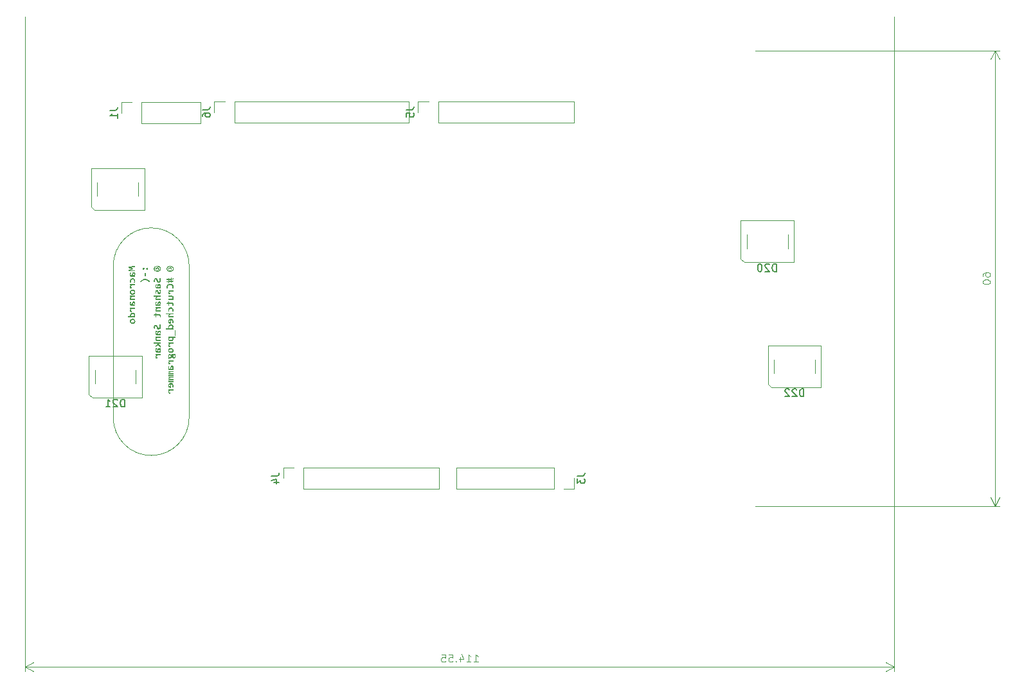
<source format=gbr>
%TF.GenerationSoftware,KiCad,Pcbnew,9.0.1*%
%TF.CreationDate,2025-05-27T17:05:58+05:30*%
%TF.ProjectId,macronardo,6d616372-6f6e-4617-9264-6f2e6b696361,rev?*%
%TF.SameCoordinates,Original*%
%TF.FileFunction,Legend,Bot*%
%TF.FilePolarity,Positive*%
%FSLAX46Y46*%
G04 Gerber Fmt 4.6, Leading zero omitted, Abs format (unit mm)*
G04 Created by KiCad (PCBNEW 9.0.1) date 2025-05-27 17:05:58*
%MOMM*%
%LPD*%
G01*
G04 APERTURE LIST*
%ADD10C,0.100000*%
%ADD11C,0.200000*%
%ADD12C,0.150000*%
%ADD13C,0.120000*%
G04 APERTURE END LIST*
D10*
X117150000Y-93350000D02*
G75*
G02*
X107150000Y-93350000I-5000000J0D01*
G01*
X107150000Y-73350000D02*
G75*
G02*
X117150000Y-73350000I5000000J0D01*
G01*
X117150000Y-73350000D02*
X117150000Y-93350000D01*
X107150000Y-93350000D02*
X107150000Y-73350000D01*
D11*
G36*
X110045000Y-73940212D02*
G01*
X109541065Y-73923848D01*
X109339931Y-73917681D01*
X109474204Y-73874633D01*
X109779263Y-73775593D01*
X109779263Y-73670385D01*
X109474204Y-73580870D01*
X109339931Y-73543318D01*
X109536974Y-73538555D01*
X110045000Y-73523534D01*
X110045000Y-73380713D01*
X109154002Y-73424433D01*
X109154002Y-73614392D01*
X109408564Y-73692916D01*
X109551995Y-73730469D01*
X109416807Y-73768021D01*
X109154002Y-73850697D01*
X109154002Y-74044077D01*
X110045000Y-74088468D01*
X110045000Y-73940212D01*
G37*
G36*
X109893997Y-74196916D02*
G01*
X109934663Y-74207292D01*
X109971335Y-74224821D01*
X110001707Y-74248630D01*
X110026163Y-74278795D01*
X110045061Y-74316285D01*
X110056529Y-74358583D01*
X110060631Y-74409830D01*
X110058601Y-74449261D01*
X110052815Y-74483958D01*
X110043288Y-74516811D01*
X110030772Y-74546484D01*
X109997128Y-74599057D01*
X109954691Y-74644853D01*
X110045000Y-74648944D01*
X110045000Y-74791765D01*
X109572084Y-74791765D01*
X109515722Y-74787250D01*
X109469563Y-74774668D01*
X109429186Y-74752859D01*
X109396290Y-74721728D01*
X109371240Y-74682227D01*
X109352327Y-74630504D01*
X109341631Y-74572326D01*
X109337672Y-74498002D01*
X109341044Y-74428481D01*
X109350983Y-74362386D01*
X109366505Y-74299400D01*
X109384567Y-74247287D01*
X109517435Y-74247287D01*
X109494375Y-74304252D01*
X109477135Y-74363058D01*
X109466327Y-74423264D01*
X109462725Y-74484324D01*
X109465004Y-74521636D01*
X109471090Y-74549904D01*
X109481449Y-74574674D01*
X109494659Y-74593318D01*
X109511477Y-74607710D01*
X109531723Y-74617559D01*
X109554400Y-74623117D01*
X109580633Y-74625069D01*
X109622948Y-74625069D01*
X109622948Y-74534211D01*
X109623545Y-74523281D01*
X109740184Y-74523281D01*
X109740184Y-74625069D01*
X109831592Y-74625069D01*
X109874310Y-74579906D01*
X109902911Y-74542393D01*
X109921951Y-74504326D01*
X109927763Y-74469975D01*
X109921868Y-74426351D01*
X109905903Y-74395481D01*
X109889570Y-74380600D01*
X109868861Y-74371458D01*
X109842400Y-74368187D01*
X109822063Y-74370338D01*
X109803077Y-74376735D01*
X109785939Y-74387539D01*
X109770471Y-74403724D01*
X109758220Y-74424068D01*
X109748244Y-74451535D01*
X109742379Y-74482594D01*
X109740184Y-74523281D01*
X109623545Y-74523281D01*
X109627492Y-74451074D01*
X109639923Y-74384246D01*
X109660773Y-74324038D01*
X109686634Y-74277634D01*
X109719835Y-74239956D01*
X109757770Y-74214131D01*
X109800680Y-74198582D01*
X109847896Y-74193309D01*
X109893997Y-74196916D01*
G37*
G36*
X110017644Y-75544216D02*
G01*
X110034955Y-75494246D01*
X110047137Y-75442428D01*
X110054284Y-75389130D01*
X110056723Y-75332458D01*
X110050853Y-75252412D01*
X110034253Y-75184202D01*
X110005986Y-75122991D01*
X109967513Y-75072827D01*
X109918578Y-75032860D01*
X109857848Y-75002852D01*
X109789339Y-74984994D01*
X109706662Y-74978611D01*
X109626189Y-74985402D01*
X109556147Y-75004867D01*
X109493141Y-75036877D01*
X109441048Y-75078995D01*
X109399097Y-75131256D01*
X109367470Y-75194094D01*
X109348274Y-75263959D01*
X109341580Y-75344059D01*
X109343710Y-75409049D01*
X109349335Y-75457815D01*
X109368935Y-75540797D01*
X109529159Y-75540797D01*
X109511109Y-75497058D01*
X109497407Y-75448900D01*
X109488886Y-75399866D01*
X109486172Y-75354989D01*
X109490225Y-75310150D01*
X109501803Y-75271641D01*
X109520608Y-75237424D01*
X109545218Y-75209481D01*
X109575528Y-75187452D01*
X109612690Y-75170891D01*
X109653644Y-75161011D01*
X109699823Y-75157580D01*
X109747737Y-75161319D01*
X109788728Y-75171929D01*
X109825485Y-75189496D01*
X109855528Y-75212534D01*
X109879629Y-75241328D01*
X109897538Y-75275732D01*
X109908368Y-75314066D01*
X109912131Y-75357737D01*
X109908956Y-75403838D01*
X109899797Y-75452320D01*
X109886058Y-75500130D01*
X109869145Y-75544216D01*
X110017644Y-75544216D01*
G37*
G36*
X109619040Y-76198360D02*
G01*
X109582760Y-76197997D01*
X109554987Y-76194574D01*
X109530111Y-76187662D01*
X109511390Y-76178210D01*
X109496352Y-76165426D01*
X109486294Y-76150488D01*
X109480415Y-76133282D01*
X109478356Y-76112997D01*
X109485310Y-76076912D01*
X109508398Y-76036793D01*
X109544773Y-75998541D01*
X109607316Y-75950392D01*
X110045000Y-75950392D01*
X110045000Y-75779605D01*
X109349396Y-75779605D01*
X109349396Y-75930547D01*
X109454909Y-75936714D01*
X109406671Y-75975305D01*
X109369729Y-76023115D01*
X109356155Y-76050591D01*
X109345976Y-76081550D01*
X109339823Y-76114569D01*
X109337672Y-76151892D01*
X109342338Y-76202514D01*
X109355563Y-76245132D01*
X109377739Y-76282522D01*
X109408564Y-76313459D01*
X109446981Y-76337008D01*
X109496613Y-76354431D01*
X109551767Y-76363729D01*
X109619040Y-76365727D01*
X109619040Y-76198360D01*
G37*
G36*
X109788942Y-76480693D02*
G01*
X109859314Y-76497252D01*
X109921770Y-76525309D01*
X109971055Y-76562159D01*
X110009904Y-76608801D01*
X110038161Y-76665291D01*
X110054765Y-76728690D01*
X110060631Y-76803288D01*
X110053712Y-76881618D01*
X110034070Y-76948063D01*
X110001806Y-77007027D01*
X109959148Y-77055347D01*
X109906554Y-77093552D01*
X109842950Y-77122269D01*
X109772844Y-77139527D01*
X109693351Y-77145533D01*
X109609196Y-77139661D01*
X109539722Y-77123307D01*
X109477798Y-77095587D01*
X109428347Y-77058766D01*
X109389096Y-77012143D01*
X109360509Y-76955635D01*
X109343644Y-76892136D01*
X109337672Y-76816966D01*
X109338157Y-76811470D01*
X109482264Y-76811470D01*
X109488709Y-76861628D01*
X109506741Y-76900685D01*
X109536242Y-76931332D01*
X109574483Y-76952501D01*
X109626814Y-76966674D01*
X109697442Y-76971999D01*
X109742689Y-76969534D01*
X109783660Y-76962412D01*
X109821767Y-76950194D01*
X109853269Y-76933714D01*
X109879567Y-76911674D01*
X109899431Y-76883827D01*
X109911702Y-76851179D01*
X109916039Y-76811470D01*
X109909700Y-76763538D01*
X109891593Y-76724393D01*
X109861390Y-76691913D01*
X109822471Y-76669045D01*
X109769654Y-76653869D01*
X109698785Y-76648194D01*
X109654845Y-76650557D01*
X109614644Y-76657414D01*
X109577179Y-76669509D01*
X109545767Y-76686418D01*
X109519318Y-76709024D01*
X109499239Y-76736976D01*
X109486746Y-76769959D01*
X109482264Y-76811470D01*
X109338157Y-76811470D01*
X109344484Y-76739788D01*
X109363928Y-76673473D01*
X109395762Y-76614460D01*
X109437873Y-76565884D01*
X109489827Y-76527373D01*
X109553033Y-76498290D01*
X109622863Y-76480825D01*
X109702876Y-76474720D01*
X109788942Y-76480693D01*
G37*
G36*
X110045000Y-77703323D02*
G01*
X109595654Y-77703323D01*
X109550164Y-77698991D01*
X109519267Y-77687755D01*
X109498905Y-77671092D01*
X109486663Y-77648710D01*
X109482264Y-77618632D01*
X109485827Y-77591574D01*
X109496785Y-77564822D01*
X109516214Y-77537665D01*
X109554180Y-77499817D01*
X109608538Y-77456027D01*
X110045000Y-77456027D01*
X110045000Y-77289331D01*
X109349396Y-77289331D01*
X109349396Y-77433496D01*
X109452100Y-77437587D01*
X109404900Y-77481612D01*
X109368630Y-77531132D01*
X109355429Y-77558701D01*
X109345671Y-77588529D01*
X109339767Y-77620352D01*
X109337672Y-77657527D01*
X109342257Y-77708628D01*
X109355075Y-77750401D01*
X109376135Y-77786956D01*
X109404106Y-77816652D01*
X109438482Y-77839703D01*
X109480432Y-77856646D01*
X109526638Y-77866485D01*
X109580266Y-77869958D01*
X110045000Y-77869958D01*
X110045000Y-77703323D01*
G37*
G36*
X109893997Y-78041299D02*
G01*
X109934663Y-78051674D01*
X109971335Y-78069204D01*
X110001707Y-78093012D01*
X110026163Y-78123177D01*
X110045061Y-78160668D01*
X110056529Y-78202966D01*
X110060631Y-78254213D01*
X110058601Y-78293643D01*
X110052815Y-78328340D01*
X110043288Y-78361194D01*
X110030772Y-78390867D01*
X109997128Y-78443440D01*
X109954691Y-78489235D01*
X110045000Y-78493326D01*
X110045000Y-78636147D01*
X109572084Y-78636147D01*
X109515722Y-78631632D01*
X109469563Y-78619050D01*
X109429186Y-78597242D01*
X109396290Y-78566111D01*
X109371240Y-78526609D01*
X109352327Y-78474886D01*
X109341631Y-78416709D01*
X109337672Y-78342384D01*
X109341044Y-78272863D01*
X109350983Y-78206769D01*
X109366505Y-78143783D01*
X109384567Y-78091669D01*
X109517435Y-78091669D01*
X109494375Y-78148635D01*
X109477135Y-78207440D01*
X109466327Y-78267646D01*
X109462725Y-78328707D01*
X109465004Y-78366018D01*
X109471090Y-78394286D01*
X109481449Y-78419056D01*
X109494659Y-78437700D01*
X109511477Y-78452093D01*
X109531723Y-78461941D01*
X109554400Y-78467499D01*
X109580633Y-78469452D01*
X109622948Y-78469452D01*
X109622948Y-78378593D01*
X109623545Y-78367663D01*
X109740184Y-78367663D01*
X109740184Y-78469452D01*
X109831592Y-78469452D01*
X109874310Y-78424289D01*
X109902911Y-78386775D01*
X109921951Y-78348709D01*
X109927763Y-78314357D01*
X109921868Y-78270733D01*
X109905903Y-78239863D01*
X109889570Y-78224983D01*
X109868861Y-78215840D01*
X109842400Y-78212569D01*
X109822063Y-78214721D01*
X109803077Y-78221118D01*
X109785939Y-78231922D01*
X109770471Y-78248107D01*
X109758220Y-78268451D01*
X109748244Y-78295917D01*
X109742379Y-78326977D01*
X109740184Y-78367663D01*
X109623545Y-78367663D01*
X109627492Y-78295456D01*
X109639923Y-78228628D01*
X109660773Y-78168420D01*
X109686634Y-78122016D01*
X109719835Y-78084339D01*
X109757770Y-78058513D01*
X109800680Y-78042964D01*
X109847896Y-78037691D01*
X109893997Y-78041299D01*
G37*
G36*
X109619040Y-79273866D02*
G01*
X109582760Y-79273503D01*
X109554987Y-79270080D01*
X109530111Y-79263168D01*
X109511390Y-79253715D01*
X109496352Y-79240932D01*
X109486294Y-79225994D01*
X109480415Y-79208788D01*
X109478356Y-79188503D01*
X109485310Y-79152418D01*
X109508398Y-79112299D01*
X109544773Y-79074047D01*
X109607316Y-79025898D01*
X110045000Y-79025898D01*
X110045000Y-78855111D01*
X109349396Y-78855111D01*
X109349396Y-79006053D01*
X109454909Y-79012220D01*
X109406671Y-79050811D01*
X109369729Y-79098621D01*
X109356155Y-79126097D01*
X109345976Y-79157056D01*
X109339823Y-79190075D01*
X109337672Y-79227398D01*
X109342338Y-79278020D01*
X109355563Y-79320638D01*
X109377739Y-79358028D01*
X109408564Y-79388965D01*
X109446981Y-79412513D01*
X109496613Y-79429937D01*
X109551767Y-79439235D01*
X109619040Y-79441233D01*
X109619040Y-79273866D01*
G37*
G36*
X109788304Y-79557363D02*
G01*
X109855467Y-79569949D01*
X109916847Y-79591455D01*
X109965926Y-79619469D01*
X110006325Y-79655969D01*
X110036024Y-79699764D01*
X110054274Y-79750137D01*
X110060631Y-79809124D01*
X110058409Y-79845035D01*
X110052083Y-79876352D01*
X110041832Y-79905903D01*
X110028208Y-79933382D01*
X109991022Y-79983269D01*
X109942540Y-80028393D01*
X110045000Y-80032484D01*
X110045000Y-80176587D01*
X109079752Y-80176587D01*
X109079752Y-80009952D01*
X109349945Y-80009952D01*
X109341092Y-79963119D01*
X109337672Y-79910912D01*
X109338297Y-79902669D01*
X109470540Y-79902669D01*
X109475303Y-79961104D01*
X109487515Y-80009952D01*
X109789033Y-80009952D01*
X109844031Y-79966180D01*
X109882090Y-79928620D01*
X109901505Y-79901695D01*
X109912469Y-79875065D01*
X109916039Y-79848019D01*
X109912989Y-79820482D01*
X109904193Y-79796789D01*
X109889196Y-79776439D01*
X109866458Y-79758871D01*
X109838348Y-79745841D01*
X109800268Y-79735607D01*
X109757782Y-79729916D01*
X109702815Y-79727791D01*
X109650675Y-79731002D01*
X109606034Y-79740064D01*
X109565432Y-79755414D01*
X109533066Y-79775235D01*
X109506424Y-79800589D01*
X109486844Y-79830251D01*
X109474730Y-79863912D01*
X109470540Y-79902669D01*
X109338297Y-79902669D01*
X109343379Y-79835627D01*
X109359898Y-79768091D01*
X109388280Y-79706670D01*
X109428286Y-79654701D01*
X109479563Y-79612667D01*
X109544607Y-79579902D01*
X109592089Y-79565394D01*
X109646985Y-79556174D01*
X109710448Y-79552913D01*
X109788304Y-79557363D01*
G37*
G36*
X109788942Y-80325076D02*
G01*
X109859314Y-80341634D01*
X109921770Y-80369692D01*
X109971055Y-80406542D01*
X110009904Y-80453184D01*
X110038161Y-80509673D01*
X110054765Y-80573072D01*
X110060631Y-80647670D01*
X110053712Y-80726001D01*
X110034070Y-80792445D01*
X110001806Y-80851410D01*
X109959148Y-80899729D01*
X109906554Y-80937935D01*
X109842950Y-80966652D01*
X109772844Y-80983909D01*
X109693351Y-80989916D01*
X109609196Y-80984043D01*
X109539722Y-80967690D01*
X109477798Y-80939970D01*
X109428347Y-80903148D01*
X109389096Y-80856526D01*
X109360509Y-80800017D01*
X109343644Y-80736519D01*
X109337672Y-80661348D01*
X109338157Y-80655853D01*
X109482264Y-80655853D01*
X109488709Y-80706011D01*
X109506741Y-80745068D01*
X109536242Y-80775715D01*
X109574483Y-80796883D01*
X109626814Y-80811056D01*
X109697442Y-80816381D01*
X109742689Y-80813916D01*
X109783660Y-80806795D01*
X109821767Y-80794577D01*
X109853269Y-80778096D01*
X109879567Y-80756056D01*
X109899431Y-80728210D01*
X109911702Y-80695562D01*
X109916039Y-80655853D01*
X109909700Y-80607921D01*
X109891593Y-80568775D01*
X109861390Y-80536296D01*
X109822471Y-80513428D01*
X109769654Y-80498251D01*
X109698785Y-80492576D01*
X109654845Y-80494939D01*
X109614644Y-80501796D01*
X109577179Y-80513892D01*
X109545767Y-80530800D01*
X109519318Y-80553406D01*
X109499239Y-80581359D01*
X109486746Y-80614342D01*
X109482264Y-80655853D01*
X109338157Y-80655853D01*
X109344484Y-80584171D01*
X109363928Y-80517855D01*
X109395762Y-80458843D01*
X109437873Y-80410266D01*
X109489827Y-80371756D01*
X109553033Y-80342672D01*
X109622863Y-80325207D01*
X109702876Y-80319103D01*
X109788942Y-80325076D01*
G37*
G36*
X111025488Y-73734621D02*
G01*
X111027919Y-73759888D01*
X111035075Y-73783103D01*
X111046519Y-73804200D01*
X111061392Y-73821999D01*
X111079481Y-73836629D01*
X111100715Y-73847950D01*
X111123893Y-73855122D01*
X111148586Y-73857536D01*
X111173915Y-73855105D01*
X111197191Y-73847950D01*
X111218318Y-73836618D01*
X111236147Y-73821999D01*
X111250728Y-73804226D01*
X111262098Y-73783103D01*
X111269254Y-73759888D01*
X111271685Y-73734621D01*
X111269246Y-73709344D01*
X111262098Y-73686383D01*
X111250768Y-73665503D01*
X111236147Y-73647487D01*
X111218298Y-73632612D01*
X111197191Y-73621170D01*
X111173918Y-73614060D01*
X111148586Y-73611645D01*
X111123890Y-73614044D01*
X111100715Y-73621170D01*
X111079501Y-73632601D01*
X111061392Y-73647487D01*
X111046480Y-73665528D01*
X111035075Y-73686383D01*
X111027927Y-73709344D01*
X111025488Y-73734621D01*
G37*
G36*
X111494434Y-73734621D02*
G01*
X111496865Y-73759888D01*
X111504021Y-73783103D01*
X111515403Y-73804222D01*
X111530033Y-73821999D01*
X111547822Y-73836611D01*
X111568989Y-73847950D01*
X111592123Y-73855120D01*
X111616861Y-73857536D01*
X111642137Y-73855107D01*
X111665404Y-73847950D01*
X111686638Y-73836629D01*
X111704727Y-73821999D01*
X111719600Y-73804200D01*
X111731045Y-73783103D01*
X111738200Y-73759888D01*
X111740631Y-73734621D01*
X111738192Y-73709344D01*
X111731045Y-73686383D01*
X111719639Y-73665528D01*
X111704727Y-73647487D01*
X111686618Y-73632601D01*
X111665404Y-73621170D01*
X111642140Y-73614059D01*
X111616861Y-73611645D01*
X111592121Y-73614046D01*
X111568989Y-73621170D01*
X111547842Y-73632619D01*
X111530033Y-73647487D01*
X111515364Y-73665507D01*
X111504021Y-73686383D01*
X111496873Y-73709344D01*
X111494434Y-73734621D01*
G37*
G36*
X111428000Y-74291006D02*
G01*
X111279501Y-74291006D01*
X111279501Y-74715928D01*
X111428000Y-74715928D01*
X111428000Y-74291006D01*
G37*
G36*
X112010275Y-75405547D02*
G01*
X111935965Y-75325058D01*
X111860998Y-75257440D01*
X111785222Y-75201576D01*
X111708391Y-75156542D01*
X111626341Y-75120269D01*
X111541568Y-75094429D01*
X111453488Y-75078828D01*
X111361444Y-75073560D01*
X111259439Y-75079820D01*
X111165073Y-75098107D01*
X111074997Y-75127884D01*
X110991233Y-75167472D01*
X110912593Y-75216377D01*
X110838581Y-75274023D01*
X110769674Y-75338683D01*
X110705041Y-75409638D01*
X110799991Y-75504588D01*
X110883992Y-75421218D01*
X110969908Y-75355054D01*
X111058155Y-75304431D01*
X111152465Y-75267166D01*
X111249325Y-75244955D01*
X111349781Y-75237508D01*
X111451716Y-75244926D01*
X111550770Y-75267113D01*
X111647941Y-75304431D01*
X111738924Y-75355365D01*
X111825860Y-75421592D01*
X111909220Y-75504588D01*
X112010275Y-75405547D01*
G37*
G36*
X113018571Y-73570618D02*
G01*
X113063121Y-73580198D01*
X113103480Y-73596759D01*
X113135966Y-73619155D01*
X113162136Y-73648037D01*
X113181823Y-73683696D01*
X113193658Y-73724293D01*
X113197882Y-73773517D01*
X113194829Y-73820655D01*
X113184815Y-73868466D01*
X113065013Y-73868466D01*
X113076065Y-73831219D01*
X113080645Y-73795376D01*
X113077015Y-73766345D01*
X113067065Y-73744765D01*
X113051092Y-73728759D01*
X113017041Y-73713826D01*
X112963042Y-73707937D01*
X112908759Y-73712700D01*
X112886097Y-73719442D01*
X112868520Y-73729125D01*
X112854102Y-73742147D01*
X112843424Y-73757763D01*
X112836901Y-73776421D01*
X112834448Y-73802215D01*
X112837405Y-73836326D01*
X112846172Y-73868466D01*
X112729118Y-73868466D01*
X112723247Y-73833651D01*
X112721120Y-73791285D01*
X112726462Y-73734521D01*
X112741331Y-73688825D01*
X112765171Y-73649435D01*
X112795003Y-73619155D01*
X112830947Y-73596231D01*
X112873344Y-73579893D01*
X112918902Y-73570458D01*
X112967377Y-73567254D01*
X113018571Y-73570618D01*
G37*
G36*
X113058727Y-73367267D02*
G01*
X113145736Y-73385476D01*
X113200642Y-73404941D01*
X113248946Y-73429123D01*
X113291366Y-73457894D01*
X113329168Y-73492281D01*
X113360780Y-73531203D01*
X113386559Y-73575069D01*
X113405127Y-73622422D01*
X113416634Y-73675281D01*
X113420631Y-73734621D01*
X113416437Y-73791062D01*
X113404213Y-73842563D01*
X113384178Y-73889959D01*
X113356949Y-73933895D01*
X113324090Y-73973057D01*
X113285259Y-74007807D01*
X113218373Y-74050223D01*
X113138897Y-74082301D01*
X113053016Y-74101630D01*
X112959501Y-74108251D01*
X112865985Y-74101630D01*
X112780104Y-74082301D01*
X112700578Y-74050238D01*
X112633436Y-74007807D01*
X112594406Y-73973020D01*
X112561557Y-73933858D01*
X112534518Y-73889959D01*
X112514656Y-73842579D01*
X112502531Y-73791076D01*
X112498370Y-73734621D01*
X112498425Y-73733888D01*
X112603883Y-73733888D01*
X112607242Y-73775914D01*
X112616922Y-73813083D01*
X112632643Y-73846240D01*
X112666113Y-73890281D01*
X112709884Y-73926840D01*
X112761569Y-73954877D01*
X112823396Y-73975689D01*
X112889585Y-73987929D01*
X112960844Y-73992114D01*
X113032069Y-73987918D01*
X113097681Y-73975689D01*
X113158884Y-73954914D01*
X113210521Y-73926840D01*
X113254152Y-73890250D01*
X113287091Y-73846240D01*
X113302396Y-73813126D01*
X113311838Y-73775953D01*
X113315118Y-73733888D01*
X113311805Y-73692338D01*
X113302253Y-73655506D01*
X113286725Y-73622575D01*
X113253525Y-73578837D01*
X113209788Y-73542280D01*
X113158159Y-73514258D01*
X113096643Y-73493431D01*
X113030722Y-73481241D01*
X112959501Y-73477067D01*
X112887699Y-73481252D01*
X112821748Y-73493431D01*
X112760235Y-73514278D01*
X112708907Y-73542280D01*
X112665421Y-73578815D01*
X112632276Y-73622575D01*
X112616748Y-73655506D01*
X112607196Y-73692338D01*
X112603883Y-73733888D01*
X112498425Y-73733888D01*
X112502571Y-73678142D01*
X112514815Y-73626600D01*
X112534884Y-73579160D01*
X112562095Y-73535286D01*
X112595049Y-73496122D01*
X112634108Y-73461313D01*
X112701297Y-73418948D01*
X112781142Y-73386880D01*
X112867288Y-73367545D01*
X112960844Y-73360929D01*
X113058727Y-73367267D01*
G37*
G36*
X113135478Y-75584516D02*
G01*
X113205255Y-75577440D01*
X113262423Y-75557527D01*
X113311626Y-75525136D01*
X113351388Y-75482056D01*
X113381527Y-75429980D01*
X113403595Y-75366591D01*
X113416223Y-75297848D01*
X113420631Y-75220411D01*
X113418569Y-75150733D01*
X113412510Y-75084490D01*
X113401708Y-75019350D01*
X113385460Y-74954675D01*
X113221329Y-74954675D01*
X113241113Y-75020254D01*
X113257294Y-75088948D01*
X113268162Y-75157580D01*
X113272131Y-75223831D01*
X113269904Y-75269866D01*
X113263949Y-75305163D01*
X113253739Y-75336612D01*
X113241357Y-75359813D01*
X113225322Y-75378378D01*
X113207224Y-75390526D01*
X113186578Y-75397667D01*
X113163443Y-75400113D01*
X113132941Y-75395268D01*
X113108550Y-75381306D01*
X113088143Y-75360152D01*
X113069349Y-75331786D01*
X113038635Y-75261749D01*
X113009265Y-75181821D01*
X112973789Y-75101892D01*
X112951523Y-75064609D01*
X112924696Y-75031856D01*
X112892786Y-75004277D01*
X112854781Y-74982336D01*
X112811551Y-74968577D01*
X112756901Y-74963590D01*
X112705549Y-74968406D01*
X112657311Y-74982702D01*
X112613529Y-75007058D01*
X112575123Y-75042786D01*
X112544346Y-75088127D01*
X112519192Y-75147993D01*
X112503988Y-75215878D01*
X112498370Y-75303087D01*
X112501057Y-75358714D01*
X112507896Y-75416111D01*
X112517848Y-75470760D01*
X112529633Y-75518937D01*
X112682041Y-75518937D01*
X112666409Y-75471127D01*
X112654014Y-75417515D01*
X112645832Y-75361828D01*
X112642962Y-75308583D01*
X112644914Y-75265864D01*
X112650106Y-75233417D01*
X112658942Y-75204455D01*
X112669767Y-75182859D01*
X112684004Y-75165544D01*
X112700603Y-75154160D01*
X112719642Y-75147573D01*
X112741209Y-75145307D01*
X112767270Y-75150012D01*
X112789324Y-75164052D01*
X112807847Y-75185160D01*
X112825472Y-75213939D01*
X112855453Y-75284281D01*
X112885495Y-75364881D01*
X112922009Y-75445481D01*
X112944789Y-75482899D01*
X112971774Y-75515884D01*
X113003604Y-75543783D01*
X113041017Y-75565710D01*
X113083294Y-75579557D01*
X113135478Y-75584516D01*
G37*
G36*
X113253997Y-75734669D02*
G01*
X113294663Y-75745045D01*
X113331335Y-75762574D01*
X113361707Y-75786383D01*
X113386163Y-75816548D01*
X113405061Y-75854038D01*
X113416529Y-75896336D01*
X113420631Y-75947583D01*
X113418601Y-75987014D01*
X113412815Y-76021711D01*
X113403288Y-76054564D01*
X113390772Y-76084237D01*
X113357128Y-76136810D01*
X113314691Y-76182606D01*
X113405000Y-76186697D01*
X113405000Y-76329518D01*
X112932084Y-76329518D01*
X112875722Y-76325003D01*
X112829563Y-76312421D01*
X112789186Y-76290612D01*
X112756290Y-76259481D01*
X112731240Y-76219980D01*
X112712327Y-76168257D01*
X112701631Y-76110079D01*
X112697672Y-76035755D01*
X112701044Y-75966234D01*
X112710983Y-75900139D01*
X112726505Y-75837153D01*
X112744567Y-75785040D01*
X112877435Y-75785040D01*
X112854375Y-75842005D01*
X112837135Y-75900811D01*
X112826327Y-75961017D01*
X112822725Y-76022077D01*
X112825004Y-76059389D01*
X112831090Y-76087657D01*
X112841449Y-76112427D01*
X112854659Y-76131071D01*
X112871477Y-76145463D01*
X112891723Y-76155312D01*
X112914400Y-76160870D01*
X112940633Y-76162822D01*
X112982948Y-76162822D01*
X112982948Y-76071964D01*
X112983545Y-76061034D01*
X113100184Y-76061034D01*
X113100184Y-76162822D01*
X113191592Y-76162822D01*
X113234310Y-76117659D01*
X113262911Y-76080146D01*
X113281951Y-76042079D01*
X113287763Y-76007728D01*
X113281868Y-75964104D01*
X113265903Y-75933234D01*
X113249570Y-75918353D01*
X113228861Y-75909211D01*
X113202400Y-75905940D01*
X113182063Y-75908091D01*
X113163077Y-75914488D01*
X113145939Y-75925292D01*
X113130471Y-75941477D01*
X113118220Y-75961821D01*
X113108244Y-75989288D01*
X113102379Y-76020347D01*
X113100184Y-76061034D01*
X112983545Y-76061034D01*
X112987492Y-75988827D01*
X112999923Y-75921999D01*
X113020773Y-75861791D01*
X113046634Y-75815387D01*
X113079835Y-75777709D01*
X113117770Y-75751884D01*
X113160680Y-75736335D01*
X113207896Y-75731062D01*
X113253997Y-75734669D01*
G37*
G36*
X113201240Y-77092899D02*
G01*
X113257332Y-77086016D01*
X113302418Y-77066582D01*
X113340289Y-77036147D01*
X113370561Y-76996912D01*
X113392937Y-76951279D01*
X113408663Y-76898543D01*
X113417625Y-76843114D01*
X113420631Y-76786191D01*
X113418519Y-76711523D01*
X113412632Y-76648194D01*
X113402686Y-76587766D01*
X113389368Y-76532056D01*
X113240868Y-76532056D01*
X113264095Y-76596733D01*
X113279642Y-76660162D01*
X113288768Y-76723287D01*
X113291671Y-76780696D01*
X113285832Y-76841460D01*
X113271338Y-76878698D01*
X113255739Y-76897302D01*
X113238325Y-76907710D01*
X113218276Y-76911182D01*
X113189638Y-76904344D01*
X113177640Y-76895211D01*
X113164787Y-76878698D01*
X113140301Y-76825758D01*
X113111969Y-76736304D01*
X113096259Y-76686920D01*
X113079607Y-76646484D01*
X113059413Y-76610449D01*
X113037048Y-76582615D01*
X113010499Y-76560463D01*
X112980139Y-76544696D01*
X112946059Y-76535403D01*
X112904118Y-76532056D01*
X112863044Y-76536841D01*
X112824434Y-76551168D01*
X112789716Y-76574608D01*
X112758672Y-76608199D01*
X112734011Y-76649485D01*
X112714036Y-76702843D01*
X112702034Y-76762181D01*
X112697672Y-76835345D01*
X112703778Y-76951482D01*
X112717212Y-77040997D01*
X112853988Y-77040997D01*
X112837236Y-76982152D01*
X112826755Y-76929317D01*
X112820786Y-76877113D01*
X112818817Y-76825819D01*
X112823948Y-76777796D01*
X112837623Y-76743510D01*
X112852186Y-76725893D01*
X112869280Y-76715849D01*
X112889830Y-76712430D01*
X112917796Y-76718536D01*
X112929145Y-76726967D01*
X112941610Y-76742777D01*
X112965851Y-76793335D01*
X112993389Y-76879125D01*
X113011788Y-76936547D01*
X113029842Y-76980181D01*
X113051282Y-77018241D01*
X113073806Y-77046065D01*
X113100232Y-77067647D01*
X113129677Y-77081969D01*
X113162356Y-77090031D01*
X113201240Y-77092899D01*
G37*
G36*
X113405000Y-77703323D02*
G01*
X112955654Y-77703323D01*
X112910164Y-77698991D01*
X112879267Y-77687755D01*
X112858905Y-77671092D01*
X112846663Y-77648710D01*
X112842264Y-77618632D01*
X112845827Y-77591574D01*
X112856785Y-77564822D01*
X112876214Y-77537665D01*
X112914180Y-77499817D01*
X112968538Y-77456027D01*
X113405000Y-77456027D01*
X113405000Y-77289331D01*
X112439752Y-77289331D01*
X112439752Y-77456027D01*
X112678438Y-77456027D01*
X112804651Y-77447845D01*
X112759344Y-77490832D01*
X112725638Y-77537971D01*
X112704816Y-77592620D01*
X112699533Y-77622863D01*
X112697672Y-77657527D01*
X112702257Y-77708628D01*
X112715075Y-77750401D01*
X112736135Y-77786956D01*
X112764106Y-77816652D01*
X112798482Y-77839703D01*
X112840432Y-77856646D01*
X112886638Y-77866485D01*
X112940266Y-77869958D01*
X113405000Y-77869958D01*
X113405000Y-77703323D01*
G37*
G36*
X113253997Y-78041299D02*
G01*
X113294663Y-78051674D01*
X113331335Y-78069204D01*
X113361707Y-78093012D01*
X113386163Y-78123177D01*
X113405061Y-78160668D01*
X113416529Y-78202966D01*
X113420631Y-78254213D01*
X113418601Y-78293643D01*
X113412815Y-78328340D01*
X113403288Y-78361194D01*
X113390772Y-78390867D01*
X113357128Y-78443440D01*
X113314691Y-78489235D01*
X113405000Y-78493326D01*
X113405000Y-78636147D01*
X112932084Y-78636147D01*
X112875722Y-78631632D01*
X112829563Y-78619050D01*
X112789186Y-78597242D01*
X112756290Y-78566111D01*
X112731240Y-78526609D01*
X112712327Y-78474886D01*
X112701631Y-78416709D01*
X112697672Y-78342384D01*
X112701044Y-78272863D01*
X112710983Y-78206769D01*
X112726505Y-78143783D01*
X112744567Y-78091669D01*
X112877435Y-78091669D01*
X112854375Y-78148635D01*
X112837135Y-78207440D01*
X112826327Y-78267646D01*
X112822725Y-78328707D01*
X112825004Y-78366018D01*
X112831090Y-78394286D01*
X112841449Y-78419056D01*
X112854659Y-78437700D01*
X112871477Y-78452093D01*
X112891723Y-78461941D01*
X112914400Y-78467499D01*
X112940633Y-78469452D01*
X112982948Y-78469452D01*
X112982948Y-78378593D01*
X112983545Y-78367663D01*
X113100184Y-78367663D01*
X113100184Y-78469452D01*
X113191592Y-78469452D01*
X113234310Y-78424289D01*
X113262911Y-78386775D01*
X113281951Y-78348709D01*
X113287763Y-78314357D01*
X113281868Y-78270733D01*
X113265903Y-78239863D01*
X113249570Y-78224983D01*
X113228861Y-78215840D01*
X113202400Y-78212569D01*
X113182063Y-78214721D01*
X113163077Y-78221118D01*
X113145939Y-78231922D01*
X113130471Y-78248107D01*
X113118220Y-78268451D01*
X113108244Y-78295917D01*
X113102379Y-78326977D01*
X113100184Y-78367663D01*
X112983545Y-78367663D01*
X112987492Y-78295456D01*
X112999923Y-78228628D01*
X113020773Y-78168420D01*
X113046634Y-78122016D01*
X113079835Y-78084339D01*
X113117770Y-78058513D01*
X113160680Y-78042964D01*
X113207896Y-78037691D01*
X113253997Y-78041299D01*
G37*
G36*
X113405000Y-79241076D02*
G01*
X112955654Y-79241076D01*
X112910164Y-79236744D01*
X112879267Y-79225508D01*
X112858905Y-79208845D01*
X112846663Y-79186463D01*
X112842264Y-79156385D01*
X112845827Y-79129327D01*
X112856785Y-79102575D01*
X112876214Y-79075418D01*
X112914180Y-79037570D01*
X112968538Y-78993780D01*
X113405000Y-78993780D01*
X113405000Y-78827084D01*
X112709396Y-78827084D01*
X112709396Y-78971249D01*
X112812100Y-78975340D01*
X112764900Y-79019364D01*
X112728630Y-79068885D01*
X112715429Y-79096454D01*
X112705671Y-79126282D01*
X112699767Y-79158105D01*
X112697672Y-79195280D01*
X112702257Y-79246381D01*
X112715075Y-79288154D01*
X112736135Y-79324709D01*
X112764106Y-79354405D01*
X112798482Y-79377456D01*
X112840432Y-79394399D01*
X112886638Y-79404238D01*
X112940266Y-79407711D01*
X113405000Y-79407711D01*
X113405000Y-79241076D01*
G37*
G36*
X113397184Y-80168405D02*
G01*
X113414220Y-80077547D01*
X113420631Y-79990779D01*
X113416757Y-79924985D01*
X113406221Y-79872932D01*
X113387595Y-79826845D01*
X113362318Y-79790928D01*
X113329231Y-79763041D01*
X113287213Y-79743117D01*
X113239143Y-79731897D01*
X113178525Y-79727791D01*
X112838356Y-79727791D01*
X112838356Y-79541311D01*
X112709396Y-79541311D01*
X112709396Y-79727791D01*
X112531221Y-79727791D01*
X112486646Y-79898578D01*
X112709396Y-79898578D01*
X112709396Y-80168405D01*
X112838356Y-80168405D01*
X112838356Y-79898578D01*
X113166802Y-79898578D01*
X113205776Y-79902059D01*
X113235162Y-79911460D01*
X113257172Y-79925872D01*
X113273152Y-79946291D01*
X113283745Y-79975749D01*
X113287763Y-80017463D01*
X113280680Y-80097330D01*
X113264316Y-80168405D01*
X113397184Y-80168405D01*
G37*
G36*
X113135478Y-81735528D02*
G01*
X113205255Y-81728452D01*
X113262423Y-81708539D01*
X113311626Y-81676148D01*
X113351388Y-81633068D01*
X113381527Y-81580992D01*
X113403595Y-81517602D01*
X113416223Y-81448860D01*
X113420631Y-81371423D01*
X113418569Y-81301744D01*
X113412510Y-81235502D01*
X113401708Y-81170362D01*
X113385460Y-81105687D01*
X113221329Y-81105687D01*
X113241113Y-81171266D01*
X113257294Y-81239959D01*
X113268162Y-81308592D01*
X113272131Y-81374842D01*
X113269904Y-81420878D01*
X113263949Y-81456175D01*
X113253739Y-81487624D01*
X113241357Y-81510825D01*
X113225322Y-81529390D01*
X113207224Y-81541538D01*
X113186578Y-81548679D01*
X113163443Y-81551125D01*
X113132941Y-81546280D01*
X113108550Y-81532318D01*
X113088143Y-81511164D01*
X113069349Y-81482798D01*
X113038635Y-81412761D01*
X113009265Y-81332833D01*
X112973789Y-81252904D01*
X112951523Y-81215621D01*
X112924696Y-81182868D01*
X112892786Y-81155289D01*
X112854781Y-81133347D01*
X112811551Y-81119589D01*
X112756901Y-81114602D01*
X112705549Y-81119418D01*
X112657311Y-81133714D01*
X112613529Y-81158069D01*
X112575123Y-81193797D01*
X112544346Y-81239139D01*
X112519192Y-81299005D01*
X112503988Y-81366890D01*
X112498370Y-81454099D01*
X112501057Y-81509726D01*
X112507896Y-81567123D01*
X112517848Y-81621772D01*
X112529633Y-81669949D01*
X112682041Y-81669949D01*
X112666409Y-81622138D01*
X112654014Y-81568527D01*
X112645832Y-81512840D01*
X112642962Y-81459595D01*
X112644914Y-81416876D01*
X112650106Y-81384429D01*
X112658942Y-81355467D01*
X112669767Y-81333871D01*
X112684004Y-81316555D01*
X112700603Y-81305172D01*
X112719642Y-81298585D01*
X112741209Y-81296318D01*
X112767270Y-81301024D01*
X112789324Y-81315064D01*
X112807847Y-81336172D01*
X112825472Y-81364951D01*
X112855453Y-81435293D01*
X112885495Y-81515893D01*
X112922009Y-81596493D01*
X112944789Y-81633911D01*
X112971774Y-81666896D01*
X113003604Y-81694795D01*
X113041017Y-81716721D01*
X113083294Y-81730569D01*
X113135478Y-81735528D01*
G37*
G36*
X113253997Y-81885681D02*
G01*
X113294663Y-81896057D01*
X113331335Y-81913586D01*
X113361707Y-81937395D01*
X113386163Y-81967560D01*
X113405061Y-82005050D01*
X113416529Y-82047348D01*
X113420631Y-82098595D01*
X113418601Y-82138025D01*
X113412815Y-82172723D01*
X113403288Y-82205576D01*
X113390772Y-82235249D01*
X113357128Y-82287822D01*
X113314691Y-82333618D01*
X113405000Y-82337709D01*
X113405000Y-82480530D01*
X112932084Y-82480530D01*
X112875722Y-82476015D01*
X112829563Y-82463433D01*
X112789186Y-82441624D01*
X112756290Y-82410493D01*
X112731240Y-82370991D01*
X112712327Y-82319269D01*
X112701631Y-82261091D01*
X112697672Y-82186767D01*
X112701044Y-82117245D01*
X112710983Y-82051151D01*
X112726505Y-81988165D01*
X112744567Y-81936051D01*
X112877435Y-81936051D01*
X112854375Y-81993017D01*
X112837135Y-82051823D01*
X112826327Y-82112029D01*
X112822725Y-82173089D01*
X112825004Y-82210400D01*
X112831090Y-82238668D01*
X112841449Y-82263439D01*
X112854659Y-82282083D01*
X112871477Y-82296475D01*
X112891723Y-82306324D01*
X112914400Y-82311882D01*
X112940633Y-82313834D01*
X112982948Y-82313834D01*
X112982948Y-82222976D01*
X112983545Y-82212046D01*
X113100184Y-82212046D01*
X113100184Y-82313834D01*
X113191592Y-82313834D01*
X113234310Y-82268671D01*
X113262911Y-82231158D01*
X113281951Y-82193091D01*
X113287763Y-82158740D01*
X113281868Y-82115116D01*
X113265903Y-82084246D01*
X113249570Y-82069365D01*
X113228861Y-82060222D01*
X113202400Y-82056952D01*
X113182063Y-82059103D01*
X113163077Y-82065500D01*
X113145939Y-82076304D01*
X113130471Y-82092489D01*
X113118220Y-82112833D01*
X113108244Y-82140300D01*
X113102379Y-82171359D01*
X113100184Y-82212046D01*
X112983545Y-82212046D01*
X112987492Y-82139839D01*
X112999923Y-82073011D01*
X113020773Y-82012803D01*
X113046634Y-81966399D01*
X113079835Y-81928721D01*
X113117770Y-81902896D01*
X113160680Y-81887347D01*
X113207896Y-81882074D01*
X113253997Y-81885681D01*
G37*
G36*
X113405000Y-83085458D02*
G01*
X112955654Y-83085458D01*
X112910164Y-83081126D01*
X112879267Y-83069890D01*
X112858905Y-83053227D01*
X112846663Y-83030845D01*
X112842264Y-83000767D01*
X112845827Y-82973710D01*
X112856785Y-82946958D01*
X112876214Y-82919801D01*
X112914180Y-82881952D01*
X112968538Y-82838162D01*
X113405000Y-82838162D01*
X113405000Y-82671467D01*
X112709396Y-82671467D01*
X112709396Y-82815631D01*
X112812100Y-82819722D01*
X112764900Y-82863747D01*
X112728630Y-82913267D01*
X112715429Y-82940836D01*
X112705671Y-82970664D01*
X112699767Y-83002488D01*
X112697672Y-83039663D01*
X112702257Y-83090763D01*
X112715075Y-83132536D01*
X112736135Y-83169092D01*
X112764106Y-83198787D01*
X112798482Y-83221838D01*
X112840432Y-83238782D01*
X112886638Y-83248621D01*
X112940266Y-83252093D01*
X113405000Y-83252093D01*
X113405000Y-83085458D01*
G37*
G36*
X113405000Y-83870027D02*
G01*
X113057991Y-83613878D01*
X113405000Y-83613878D01*
X113405000Y-83447182D01*
X112439752Y-83447182D01*
X112439752Y-83613878D01*
X113004685Y-83613878D01*
X112709396Y-83856350D01*
X112709396Y-84064689D01*
X113026362Y-83783260D01*
X113405000Y-84087953D01*
X113405000Y-83870027D01*
G37*
G36*
X113253997Y-84192311D02*
G01*
X113294663Y-84202686D01*
X113331335Y-84220215D01*
X113361707Y-84244024D01*
X113386163Y-84274189D01*
X113405061Y-84311680D01*
X113416529Y-84353978D01*
X113420631Y-84405225D01*
X113418601Y-84444655D01*
X113412815Y-84479352D01*
X113403288Y-84512205D01*
X113390772Y-84541878D01*
X113357128Y-84594452D01*
X113314691Y-84640247D01*
X113405000Y-84644338D01*
X113405000Y-84787159D01*
X112932084Y-84787159D01*
X112875722Y-84782644D01*
X112829563Y-84770062D01*
X112789186Y-84748254D01*
X112756290Y-84717123D01*
X112731240Y-84677621D01*
X112712327Y-84625898D01*
X112701631Y-84567721D01*
X112697672Y-84493396D01*
X112701044Y-84423875D01*
X112710983Y-84357780D01*
X112726505Y-84294795D01*
X112744567Y-84242681D01*
X112877435Y-84242681D01*
X112854375Y-84299647D01*
X112837135Y-84358452D01*
X112826327Y-84418658D01*
X112822725Y-84479719D01*
X112825004Y-84517030D01*
X112831090Y-84545298D01*
X112841449Y-84570068D01*
X112854659Y-84588712D01*
X112871477Y-84603105D01*
X112891723Y-84612953D01*
X112914400Y-84618511D01*
X112940633Y-84620464D01*
X112982948Y-84620464D01*
X112982948Y-84529605D01*
X112983545Y-84518675D01*
X113100184Y-84518675D01*
X113100184Y-84620464D01*
X113191592Y-84620464D01*
X113234310Y-84575301D01*
X113262911Y-84537787D01*
X113281951Y-84499721D01*
X113287763Y-84465369D01*
X113281868Y-84421745D01*
X113265903Y-84390875D01*
X113249570Y-84375995D01*
X113228861Y-84366852D01*
X113202400Y-84363581D01*
X113182063Y-84365732D01*
X113163077Y-84372130D01*
X113145939Y-84382934D01*
X113130471Y-84399118D01*
X113118220Y-84419463D01*
X113108244Y-84446929D01*
X113102379Y-84477989D01*
X113100184Y-84518675D01*
X112983545Y-84518675D01*
X112987492Y-84446468D01*
X112999923Y-84379640D01*
X113020773Y-84319432D01*
X113046634Y-84273028D01*
X113079835Y-84235351D01*
X113117770Y-84209525D01*
X113160680Y-84193976D01*
X113207896Y-84188703D01*
X113253997Y-84192311D01*
G37*
G36*
X112979040Y-85424877D02*
G01*
X112942760Y-85424515D01*
X112914987Y-85421092D01*
X112890111Y-85414179D01*
X112871390Y-85404727D01*
X112856352Y-85391944D01*
X112846294Y-85377006D01*
X112840415Y-85359800D01*
X112838356Y-85339515D01*
X112845310Y-85303430D01*
X112868398Y-85263311D01*
X112904773Y-85225059D01*
X112967316Y-85176910D01*
X113405000Y-85176910D01*
X113405000Y-85006123D01*
X112709396Y-85006123D01*
X112709396Y-85157065D01*
X112814909Y-85163232D01*
X112766671Y-85201823D01*
X112729729Y-85249633D01*
X112716155Y-85277108D01*
X112705976Y-85308068D01*
X112699823Y-85341086D01*
X112697672Y-85378410D01*
X112702338Y-85429032D01*
X112715563Y-85471650D01*
X112737739Y-85509040D01*
X112768564Y-85539977D01*
X112806981Y-85563525D01*
X112856613Y-85580949D01*
X112911767Y-85590247D01*
X112979040Y-85592245D01*
X112979040Y-85424877D01*
G37*
G36*
X114698571Y-73570618D02*
G01*
X114743121Y-73580198D01*
X114783480Y-73596759D01*
X114815966Y-73619155D01*
X114842136Y-73648037D01*
X114861823Y-73683696D01*
X114873658Y-73724293D01*
X114877882Y-73773517D01*
X114874829Y-73820655D01*
X114864815Y-73868466D01*
X114745013Y-73868466D01*
X114756065Y-73831219D01*
X114760645Y-73795376D01*
X114757015Y-73766345D01*
X114747065Y-73744765D01*
X114731092Y-73728759D01*
X114697041Y-73713826D01*
X114643042Y-73707937D01*
X114588759Y-73712700D01*
X114566097Y-73719442D01*
X114548520Y-73729125D01*
X114534102Y-73742147D01*
X114523424Y-73757763D01*
X114516901Y-73776421D01*
X114514448Y-73802215D01*
X114517405Y-73836326D01*
X114526172Y-73868466D01*
X114409118Y-73868466D01*
X114403247Y-73833651D01*
X114401120Y-73791285D01*
X114406462Y-73734521D01*
X114421331Y-73688825D01*
X114445171Y-73649435D01*
X114475003Y-73619155D01*
X114510947Y-73596231D01*
X114553344Y-73579893D01*
X114598902Y-73570458D01*
X114647377Y-73567254D01*
X114698571Y-73570618D01*
G37*
G36*
X114738727Y-73367267D02*
G01*
X114825736Y-73385476D01*
X114880642Y-73404941D01*
X114928946Y-73429123D01*
X114971366Y-73457894D01*
X115009168Y-73492281D01*
X115040780Y-73531203D01*
X115066559Y-73575069D01*
X115085127Y-73622422D01*
X115096634Y-73675281D01*
X115100631Y-73734621D01*
X115096437Y-73791062D01*
X115084213Y-73842563D01*
X115064178Y-73889959D01*
X115036949Y-73933895D01*
X115004090Y-73973057D01*
X114965259Y-74007807D01*
X114898373Y-74050223D01*
X114818897Y-74082301D01*
X114733016Y-74101630D01*
X114639501Y-74108251D01*
X114545985Y-74101630D01*
X114460104Y-74082301D01*
X114380578Y-74050238D01*
X114313436Y-74007807D01*
X114274406Y-73973020D01*
X114241557Y-73933858D01*
X114214518Y-73889959D01*
X114194656Y-73842579D01*
X114182531Y-73791076D01*
X114178370Y-73734621D01*
X114178425Y-73733888D01*
X114283883Y-73733888D01*
X114287242Y-73775914D01*
X114296922Y-73813083D01*
X114312643Y-73846240D01*
X114346113Y-73890281D01*
X114389884Y-73926840D01*
X114441569Y-73954877D01*
X114503396Y-73975689D01*
X114569585Y-73987929D01*
X114640844Y-73992114D01*
X114712069Y-73987918D01*
X114777681Y-73975689D01*
X114838884Y-73954914D01*
X114890521Y-73926840D01*
X114934152Y-73890250D01*
X114967091Y-73846240D01*
X114982396Y-73813126D01*
X114991838Y-73775953D01*
X114995118Y-73733888D01*
X114991805Y-73692338D01*
X114982253Y-73655506D01*
X114966725Y-73622575D01*
X114933525Y-73578837D01*
X114889788Y-73542280D01*
X114838159Y-73514258D01*
X114776643Y-73493431D01*
X114710722Y-73481241D01*
X114639501Y-73477067D01*
X114567699Y-73481252D01*
X114501748Y-73493431D01*
X114440235Y-73514278D01*
X114388907Y-73542280D01*
X114345421Y-73578815D01*
X114312276Y-73622575D01*
X114296748Y-73655506D01*
X114287196Y-73692338D01*
X114283883Y-73733888D01*
X114178425Y-73733888D01*
X114182571Y-73678142D01*
X114194815Y-73626600D01*
X114214884Y-73579160D01*
X114242095Y-73535286D01*
X114275049Y-73496122D01*
X114314108Y-73461313D01*
X114381297Y-73418948D01*
X114461142Y-73386880D01*
X114547288Y-73367545D01*
X114640844Y-73360929D01*
X114738727Y-73367267D01*
G37*
G36*
X114854434Y-75036008D02*
G01*
X115085000Y-75012072D01*
X115085000Y-75145978D01*
X114854434Y-75169181D01*
X114854434Y-75327695D01*
X115085000Y-75303759D01*
X115085000Y-75437665D01*
X114854434Y-75460868D01*
X114854434Y-75591355D01*
X114729382Y-75591355D01*
X114729382Y-75473874D01*
X114533988Y-75493658D01*
X114533988Y-75627564D01*
X114408935Y-75627564D01*
X114408935Y-75505992D01*
X114194002Y-75527852D01*
X114194002Y-75393946D01*
X114408935Y-75372086D01*
X114408935Y-75214305D01*
X114194002Y-75236165D01*
X114194002Y-75201971D01*
X114533988Y-75201971D01*
X114533988Y-75359813D01*
X114729382Y-75339968D01*
X114729382Y-75182187D01*
X114533988Y-75201971D01*
X114194002Y-75201971D01*
X114194002Y-75102259D01*
X114408935Y-75080399D01*
X114408935Y-74951988D01*
X114533988Y-74951988D01*
X114533988Y-75068126D01*
X114729382Y-75048281D01*
X114729382Y-74915779D01*
X114854434Y-74915779D01*
X114854434Y-75036008D01*
G37*
G36*
X115045921Y-76342463D02*
G01*
X115068682Y-76283059D01*
X115084206Y-76227363D01*
X115093555Y-76170936D01*
X115096723Y-76111592D01*
X115093351Y-76047818D01*
X115083706Y-75991299D01*
X115068330Y-75941111D01*
X115046086Y-75893844D01*
X115018001Y-75852363D01*
X114983883Y-75816058D01*
X114944447Y-75785490D01*
X114898379Y-75759725D01*
X114844787Y-75738878D01*
X114788791Y-75724754D01*
X114724755Y-75715784D01*
X114651591Y-75712622D01*
X114576714Y-75716036D01*
X114510131Y-75725799D01*
X114450884Y-75741320D01*
X114394080Y-75763775D01*
X114344910Y-75791129D01*
X114302506Y-75823264D01*
X114265387Y-75861267D01*
X114234703Y-75904239D01*
X114210183Y-75952712D01*
X114192816Y-76004411D01*
X114182080Y-76061200D01*
X114178370Y-76123866D01*
X114179713Y-76181568D01*
X114184720Y-76234508D01*
X114194307Y-76287081D01*
X114209633Y-76342463D01*
X114377672Y-76342463D01*
X114353709Y-76284503D01*
X114338532Y-76231760D01*
X114329617Y-76180165D01*
X114326870Y-76136139D01*
X114332929Y-76075669D01*
X114349767Y-76027512D01*
X114377217Y-75986445D01*
X114413881Y-75953384D01*
X114458169Y-75928610D01*
X114512128Y-75910703D01*
X114570697Y-75900623D01*
X114637302Y-75897086D01*
X114707519Y-75900774D01*
X114766568Y-75911069D01*
X114820241Y-75929421D01*
X114863105Y-75954483D01*
X114897913Y-75987854D01*
X114923494Y-76029588D01*
X114938812Y-76078113D01*
X114944316Y-76138215D01*
X114939797Y-76187063D01*
X114927829Y-76240308D01*
X114910305Y-76293614D01*
X114889605Y-76342463D01*
X115045921Y-76342463D01*
G37*
G36*
X114659040Y-76967236D02*
G01*
X114622760Y-76966873D01*
X114594987Y-76963450D01*
X114570111Y-76956538D01*
X114551390Y-76947086D01*
X114536352Y-76934302D01*
X114526294Y-76919364D01*
X114520415Y-76902159D01*
X114518356Y-76881873D01*
X114525310Y-76845789D01*
X114548398Y-76805669D01*
X114584773Y-76767417D01*
X114647316Y-76719269D01*
X115085000Y-76719269D01*
X115085000Y-76548482D01*
X114389396Y-76548482D01*
X114389396Y-76699424D01*
X114494909Y-76705591D01*
X114446671Y-76744181D01*
X114409729Y-76791992D01*
X114396155Y-76819467D01*
X114385976Y-76850427D01*
X114379823Y-76883445D01*
X114377672Y-76920769D01*
X114382338Y-76971390D01*
X114395563Y-77014009D01*
X114417739Y-77051398D01*
X114448564Y-77082336D01*
X114486981Y-77105884D01*
X114536613Y-77123307D01*
X114591767Y-77132605D01*
X114659040Y-77134603D01*
X114659040Y-76967236D01*
G37*
G36*
X114389396Y-77454623D02*
G01*
X114841367Y-77454623D01*
X114893678Y-77460579D01*
X114927035Y-77475811D01*
X114942843Y-77491913D01*
X114952550Y-77512788D01*
X114956039Y-77539986D01*
X114952454Y-77566575D01*
X114941370Y-77593096D01*
X114921601Y-77620280D01*
X114883132Y-77658146D01*
X114828361Y-77701919D01*
X114389396Y-77701919D01*
X114389396Y-77868614D01*
X115085000Y-77868614D01*
X115085000Y-77724450D01*
X114982295Y-77720359D01*
X115030900Y-77675968D01*
X115068147Y-77627119D01*
X115081744Y-77599805D01*
X115092083Y-77569722D01*
X115098411Y-77537684D01*
X115100631Y-77501090D01*
X115096043Y-77449990D01*
X115083168Y-77407850D01*
X115061899Y-77371059D01*
X115033525Y-77341233D01*
X114998721Y-77318216D01*
X114956528Y-77301299D01*
X114910133Y-77291461D01*
X114856266Y-77287988D01*
X114389396Y-77287988D01*
X114389396Y-77454623D01*
G37*
G36*
X115077184Y-78630652D02*
G01*
X115094220Y-78539794D01*
X115100631Y-78453026D01*
X115096757Y-78387232D01*
X115086221Y-78335179D01*
X115067595Y-78289092D01*
X115042318Y-78253175D01*
X115009231Y-78225288D01*
X114967213Y-78205364D01*
X114919143Y-78194144D01*
X114858525Y-78190038D01*
X114518356Y-78190038D01*
X114518356Y-78003558D01*
X114389396Y-78003558D01*
X114389396Y-78190038D01*
X114211221Y-78190038D01*
X114166646Y-78360825D01*
X114389396Y-78360825D01*
X114389396Y-78630652D01*
X114518356Y-78630652D01*
X114518356Y-78360825D01*
X114846802Y-78360825D01*
X114885776Y-78364306D01*
X114915162Y-78373707D01*
X114937172Y-78388119D01*
X114953152Y-78408538D01*
X114963745Y-78437996D01*
X114967763Y-78479710D01*
X114960680Y-78559577D01*
X114944316Y-78630652D01*
X115077184Y-78630652D01*
G37*
G36*
X115057644Y-79388599D02*
G01*
X115074955Y-79338628D01*
X115087137Y-79286810D01*
X115094284Y-79233513D01*
X115096723Y-79176840D01*
X115090853Y-79096795D01*
X115074253Y-79028585D01*
X115045986Y-78967374D01*
X115007513Y-78917210D01*
X114958578Y-78877243D01*
X114897848Y-78847234D01*
X114829339Y-78829377D01*
X114746662Y-78822993D01*
X114666189Y-78829785D01*
X114596147Y-78849249D01*
X114533141Y-78881260D01*
X114481048Y-78923377D01*
X114439097Y-78975638D01*
X114407470Y-79038476D01*
X114388274Y-79108341D01*
X114381580Y-79188442D01*
X114383710Y-79253431D01*
X114389335Y-79302198D01*
X114408935Y-79385179D01*
X114569159Y-79385179D01*
X114551109Y-79341441D01*
X114537407Y-79293283D01*
X114528886Y-79244248D01*
X114526172Y-79199371D01*
X114530225Y-79154533D01*
X114541803Y-79116024D01*
X114560608Y-79081806D01*
X114585218Y-79053864D01*
X114615528Y-79031834D01*
X114652690Y-79015273D01*
X114693644Y-79005394D01*
X114739823Y-79001962D01*
X114787737Y-79005701D01*
X114828728Y-79016311D01*
X114865485Y-79033878D01*
X114895528Y-79056917D01*
X114919629Y-79085710D01*
X114937538Y-79120115D01*
X114948368Y-79158448D01*
X114952131Y-79202119D01*
X114948956Y-79248220D01*
X114939797Y-79296702D01*
X114926058Y-79344513D01*
X114909145Y-79388599D01*
X115057644Y-79388599D01*
G37*
G36*
X115085000Y-80009952D02*
G01*
X114635654Y-80009952D01*
X114590164Y-80005620D01*
X114559267Y-79994384D01*
X114538905Y-79977721D01*
X114526663Y-79955339D01*
X114522264Y-79925261D01*
X114525827Y-79898204D01*
X114536785Y-79871452D01*
X114556214Y-79844295D01*
X114594180Y-79806446D01*
X114648538Y-79762657D01*
X115085000Y-79762657D01*
X115085000Y-79595961D01*
X114119752Y-79595961D01*
X114119752Y-79762657D01*
X114358438Y-79762657D01*
X114484651Y-79754474D01*
X114439344Y-79797461D01*
X114405638Y-79844600D01*
X114384816Y-79899249D01*
X114379533Y-79929492D01*
X114377672Y-79964157D01*
X114382257Y-80015257D01*
X114395075Y-80057030D01*
X114416135Y-80093586D01*
X114444106Y-80123281D01*
X114478482Y-80146332D01*
X114520432Y-80163276D01*
X114566638Y-80173115D01*
X114620266Y-80176587D01*
X115085000Y-80176587D01*
X115085000Y-80009952D01*
G37*
G36*
X114835243Y-80345680D02*
G01*
X114903039Y-80362761D01*
X114963266Y-80391568D01*
X115011727Y-80429745D01*
X115049983Y-80477757D01*
X115078161Y-80536296D01*
X115094768Y-80601700D01*
X115100631Y-80678384D01*
X115098128Y-80743292D01*
X115090739Y-80809542D01*
X115079565Y-80873778D01*
X115065460Y-80931847D01*
X114932592Y-80931847D01*
X114948849Y-80869972D01*
X114959520Y-80811924D01*
X114965778Y-80755001D01*
X114967763Y-80703663D01*
X114964569Y-80661207D01*
X114955429Y-80624101D01*
X114940099Y-80590490D01*
X114919525Y-80562613D01*
X114893349Y-80540103D01*
X114860968Y-80522984D01*
X114824317Y-80512674D01*
X114780184Y-80509002D01*
X114780184Y-80965308D01*
X114729199Y-80968361D01*
X114684991Y-80969399D01*
X114619521Y-80964293D01*
X114561282Y-80949555D01*
X114508323Y-80924906D01*
X114464012Y-80891486D01*
X114428076Y-80849157D01*
X114400448Y-80796536D01*
X114383640Y-80737146D01*
X114377672Y-80666111D01*
X114378001Y-80662691D01*
X114502725Y-80662691D01*
X114505103Y-80690690D01*
X114512067Y-80716303D01*
X114523835Y-80739694D01*
X114540643Y-80760022D01*
X114562037Y-80776565D01*
X114589553Y-80789759D01*
X114620649Y-80797630D01*
X114659040Y-80800017D01*
X114659040Y-80511688D01*
X114611007Y-80520963D01*
X114573214Y-80537089D01*
X114543635Y-80559499D01*
X114521085Y-80588565D01*
X114507468Y-80622480D01*
X114502725Y-80662691D01*
X114378001Y-80662691D01*
X114384602Y-80594143D01*
X114404600Y-80531167D01*
X114437223Y-80475131D01*
X114480926Y-80428340D01*
X114534430Y-80391254D01*
X114599506Y-80362761D01*
X114671061Y-80345574D01*
X114753135Y-80339558D01*
X114835243Y-80345680D01*
G37*
G36*
X114828304Y-81095116D02*
G01*
X114895467Y-81107702D01*
X114956847Y-81129208D01*
X115005926Y-81157222D01*
X115046325Y-81193722D01*
X115076024Y-81237517D01*
X115094274Y-81287890D01*
X115100631Y-81346877D01*
X115098409Y-81382788D01*
X115092083Y-81414105D01*
X115081832Y-81443656D01*
X115068208Y-81471135D01*
X115031022Y-81521022D01*
X114982540Y-81566146D01*
X115085000Y-81570237D01*
X115085000Y-81714340D01*
X114119752Y-81714340D01*
X114119752Y-81547705D01*
X114389945Y-81547705D01*
X114381092Y-81500872D01*
X114377672Y-81448665D01*
X114378297Y-81440422D01*
X114510540Y-81440422D01*
X114515303Y-81498857D01*
X114527515Y-81547705D01*
X114829033Y-81547705D01*
X114884031Y-81503933D01*
X114922090Y-81466372D01*
X114941505Y-81439447D01*
X114952469Y-81412818D01*
X114956039Y-81385772D01*
X114952989Y-81358235D01*
X114944193Y-81334542D01*
X114929196Y-81314191D01*
X114906458Y-81296624D01*
X114878348Y-81283594D01*
X114840268Y-81273360D01*
X114797782Y-81267669D01*
X114742815Y-81265544D01*
X114690675Y-81268755D01*
X114646034Y-81277817D01*
X114605432Y-81293167D01*
X114573066Y-81312988D01*
X114546424Y-81338342D01*
X114526844Y-81368004D01*
X114514730Y-81401665D01*
X114510540Y-81440422D01*
X114378297Y-81440422D01*
X114383379Y-81373380D01*
X114399898Y-81305844D01*
X114428280Y-81244423D01*
X114468286Y-81192454D01*
X114519563Y-81150420D01*
X114584607Y-81117655D01*
X114632089Y-81103147D01*
X114686985Y-81093927D01*
X114750448Y-81090666D01*
X114828304Y-81095116D01*
G37*
G36*
X115366367Y-81807641D02*
G01*
X115233499Y-81807641D01*
X115233499Y-82576823D01*
X115366367Y-82576823D01*
X115366367Y-81807641D01*
G37*
G36*
X115354644Y-82838162D02*
G01*
X115084450Y-82838162D01*
X115093304Y-82885301D01*
X115096723Y-82937203D01*
X115091048Y-83012440D01*
X115074619Y-83079963D01*
X115046350Y-83141453D01*
X115006536Y-83193658D01*
X114955492Y-83236018D01*
X114891132Y-83268824D01*
X114844050Y-83283325D01*
X114789506Y-83292548D01*
X114726329Y-83295812D01*
X114648231Y-83291330D01*
X114581615Y-83278715D01*
X114520809Y-83257261D01*
X114472011Y-83229195D01*
X114431753Y-83192746D01*
X114402219Y-83148961D01*
X114384016Y-83098644D01*
X114377672Y-83039663D01*
X114379767Y-83002488D01*
X114380098Y-83000706D01*
X114522264Y-83000706D01*
X114525309Y-83028194D01*
X114534049Y-83051570D01*
X114548893Y-83071676D01*
X114571479Y-83089183D01*
X114599350Y-83102295D01*
X114636875Y-83112752D01*
X114678736Y-83118705D01*
X114733290Y-83120935D01*
X114785012Y-83117710D01*
X114829338Y-83108600D01*
X114869641Y-83093290D01*
X114901817Y-83073429D01*
X114928207Y-83048075D01*
X114947674Y-83018108D01*
X114959720Y-82984280D01*
X114963855Y-82946057D01*
X114959153Y-82886950D01*
X114947002Y-82838162D01*
X114647683Y-82838162D01*
X114593680Y-82881947D01*
X114555969Y-82919801D01*
X114536686Y-82946941D01*
X114525803Y-82973674D01*
X114522264Y-83000706D01*
X114380098Y-83000706D01*
X114385671Y-82970664D01*
X114395429Y-82940836D01*
X114408630Y-82913267D01*
X114444900Y-82863747D01*
X114492100Y-82819722D01*
X114389396Y-82815631D01*
X114389396Y-82671467D01*
X115354644Y-82671467D01*
X115354644Y-82838162D01*
G37*
G36*
X114659040Y-83887124D02*
G01*
X114622760Y-83886762D01*
X114594987Y-83883339D01*
X114570111Y-83876426D01*
X114551390Y-83866974D01*
X114536352Y-83854191D01*
X114526294Y-83839253D01*
X114520415Y-83822047D01*
X114518356Y-83801762D01*
X114525310Y-83765677D01*
X114548398Y-83725558D01*
X114584773Y-83687306D01*
X114647316Y-83639157D01*
X115085000Y-83639157D01*
X115085000Y-83468370D01*
X114389396Y-83468370D01*
X114389396Y-83619312D01*
X114494909Y-83625479D01*
X114446671Y-83664070D01*
X114409729Y-83711880D01*
X114396155Y-83739355D01*
X114385976Y-83770315D01*
X114379823Y-83803333D01*
X114377672Y-83840657D01*
X114382338Y-83891279D01*
X114395563Y-83933897D01*
X114417739Y-83971287D01*
X114448564Y-84002224D01*
X114486981Y-84025772D01*
X114536613Y-84043196D01*
X114591767Y-84052494D01*
X114659040Y-84054492D01*
X114659040Y-83887124D01*
G37*
G36*
X114828942Y-84169458D02*
G01*
X114899314Y-84186017D01*
X114961770Y-84214074D01*
X115011055Y-84250924D01*
X115049904Y-84297566D01*
X115078161Y-84354056D01*
X115094765Y-84417454D01*
X115100631Y-84492053D01*
X115093712Y-84570383D01*
X115074070Y-84636828D01*
X115041806Y-84695792D01*
X114999148Y-84744112D01*
X114946554Y-84782317D01*
X114882950Y-84811034D01*
X114812844Y-84828292D01*
X114733351Y-84834298D01*
X114649196Y-84828426D01*
X114579722Y-84812072D01*
X114517798Y-84784352D01*
X114468347Y-84747531D01*
X114429096Y-84700908D01*
X114400509Y-84644399D01*
X114383644Y-84580901D01*
X114377672Y-84505730D01*
X114378157Y-84500235D01*
X114522264Y-84500235D01*
X114528709Y-84550393D01*
X114546741Y-84589450D01*
X114576242Y-84620097D01*
X114614483Y-84641266D01*
X114666814Y-84655439D01*
X114737442Y-84660764D01*
X114782689Y-84658298D01*
X114823660Y-84651177D01*
X114861767Y-84638959D01*
X114893269Y-84622479D01*
X114919567Y-84600438D01*
X114939431Y-84572592D01*
X114951702Y-84539944D01*
X114956039Y-84500235D01*
X114949700Y-84452303D01*
X114931593Y-84413158D01*
X114901390Y-84380678D01*
X114862471Y-84357810D01*
X114809654Y-84342633D01*
X114738785Y-84336959D01*
X114694845Y-84339322D01*
X114654644Y-84346179D01*
X114617179Y-84358274D01*
X114585767Y-84375183D01*
X114559318Y-84397789D01*
X114539239Y-84425741D01*
X114526746Y-84458724D01*
X114522264Y-84500235D01*
X114378157Y-84500235D01*
X114384484Y-84428553D01*
X114403928Y-84362238D01*
X114435762Y-84303225D01*
X114477873Y-84254649D01*
X114529827Y-84216138D01*
X114593033Y-84187055D01*
X114662863Y-84169590D01*
X114742876Y-84163485D01*
X114828942Y-84169458D01*
G37*
G36*
X115228897Y-84939707D02*
G01*
X115263236Y-84953489D01*
X115293254Y-84976317D01*
X115319961Y-85010519D01*
X115340374Y-85052566D01*
X115357025Y-85109560D01*
X115366690Y-85173040D01*
X115370275Y-85254091D01*
X115365370Y-85337956D01*
X115351835Y-85406437D01*
X115329396Y-85468219D01*
X115301765Y-85516041D01*
X115266762Y-85555055D01*
X115227210Y-85581987D01*
X115182947Y-85598376D01*
X115135924Y-85603846D01*
X115095402Y-85599346D01*
X115060636Y-85586383D01*
X115030277Y-85565479D01*
X115004460Y-85536863D01*
X114984275Y-85502403D01*
X114968679Y-85460048D01*
X114959005Y-85413761D01*
X114954635Y-85359970D01*
X114948468Y-85195350D01*
X114943813Y-85170071D01*
X115077001Y-85170071D01*
X115079748Y-85316922D01*
X115085427Y-85363023D01*
X115098189Y-85399232D01*
X115119010Y-85423168D01*
X115132533Y-85429479D01*
X115149602Y-85431716D01*
X115169339Y-85429505D01*
X115188558Y-85422801D01*
X115205816Y-85411364D01*
X115221470Y-85393431D01*
X115233778Y-85371012D01*
X115244307Y-85340491D01*
X115250655Y-85306169D01*
X115253039Y-85260929D01*
X115247692Y-85191633D01*
X115234232Y-85146441D01*
X115218766Y-85123245D01*
X115199687Y-85110258D01*
X115175797Y-85105835D01*
X115150212Y-85108217D01*
X115126338Y-85117742D01*
X115102524Y-85137587D01*
X115077001Y-85170071D01*
X114943813Y-85170071D01*
X114942362Y-85162194D01*
X114928501Y-85136915D01*
X114909145Y-85120856D01*
X114887468Y-85115422D01*
X114870588Y-85117514D01*
X114855961Y-85123604D01*
X114830498Y-85143387D01*
X114838889Y-85161202D01*
X114847290Y-85189794D01*
X114852586Y-85221351D01*
X114854434Y-85256777D01*
X114850462Y-85316644D01*
X114839108Y-85369190D01*
X114819726Y-85417146D01*
X114793679Y-85456629D01*
X114760134Y-85488998D01*
X114719185Y-85513354D01*
X114672495Y-85528244D01*
X114616725Y-85533504D01*
X114589038Y-85531536D01*
X114561892Y-85525628D01*
X114535906Y-85515107D01*
X114510540Y-85498639D01*
X114510540Y-85607937D01*
X114389396Y-85607937D01*
X114389396Y-85367480D01*
X114380298Y-85315884D01*
X114377672Y-85256777D01*
X114377767Y-85255434D01*
X114494909Y-85255434D01*
X114498845Y-85292850D01*
X114509780Y-85322428D01*
X114527210Y-85345926D01*
X114550642Y-85363469D01*
X114580102Y-85374458D01*
X114617336Y-85378410D01*
X114664291Y-85370900D01*
X114685452Y-85361457D01*
X114703736Y-85348368D01*
X114718849Y-85331612D01*
X114730908Y-85310450D01*
X114738424Y-85286284D01*
X114741106Y-85256838D01*
X114737171Y-85219421D01*
X114726237Y-85189820D01*
X114708804Y-85166285D01*
X114685434Y-85148652D01*
X114656810Y-85137743D01*
X114621427Y-85133862D01*
X114573128Y-85141372D01*
X114551291Y-85150841D01*
X114532644Y-85163904D01*
X114517239Y-85180688D01*
X114505106Y-85201823D01*
X114497591Y-85225988D01*
X114494909Y-85255434D01*
X114377767Y-85255434D01*
X114381805Y-85198175D01*
X114393731Y-85145769D01*
X114413834Y-85097849D01*
X114440870Y-85057964D01*
X114475372Y-85025223D01*
X114517379Y-85000261D01*
X114564950Y-84984843D01*
X114620816Y-84979439D01*
X114672063Y-84983966D01*
X114710636Y-84996170D01*
X114744219Y-85015347D01*
X114771758Y-85038241D01*
X114805219Y-85010886D01*
X114840757Y-84987988D01*
X114879286Y-84971929D01*
X114922700Y-84965823D01*
X114955743Y-84970155D01*
X114986875Y-84983225D01*
X115013866Y-85004314D01*
X115036029Y-85034089D01*
X115071383Y-84990369D01*
X115107714Y-84959595D01*
X115146732Y-84941154D01*
X115190940Y-84935048D01*
X115228897Y-84939707D01*
G37*
G36*
X114659040Y-86193754D02*
G01*
X114622760Y-86193391D01*
X114594987Y-86189968D01*
X114570111Y-86183056D01*
X114551390Y-86173604D01*
X114536352Y-86160820D01*
X114526294Y-86145882D01*
X114520415Y-86128676D01*
X114518356Y-86108391D01*
X114525310Y-86072306D01*
X114548398Y-86032187D01*
X114584773Y-85993935D01*
X114647316Y-85945786D01*
X115085000Y-85945786D01*
X115085000Y-85775000D01*
X114389396Y-85775000D01*
X114389396Y-85925942D01*
X114494909Y-85932109D01*
X114446671Y-85970699D01*
X114409729Y-86018510D01*
X114396155Y-86045985D01*
X114385976Y-86076945D01*
X114379823Y-86109963D01*
X114377672Y-86147287D01*
X114382338Y-86197908D01*
X114395563Y-86240526D01*
X114417739Y-86277916D01*
X114448564Y-86308853D01*
X114486981Y-86332402D01*
X114536613Y-86349825D01*
X114591767Y-86359123D01*
X114659040Y-86361121D01*
X114659040Y-86193754D01*
G37*
G36*
X114933997Y-86498940D02*
G01*
X114974663Y-86509316D01*
X115011335Y-86526845D01*
X115041707Y-86550654D01*
X115066163Y-86580819D01*
X115085061Y-86618309D01*
X115096529Y-86660607D01*
X115100631Y-86711854D01*
X115098601Y-86751284D01*
X115092815Y-86785982D01*
X115083288Y-86818835D01*
X115070772Y-86848508D01*
X115037128Y-86901081D01*
X114994691Y-86946877D01*
X115085000Y-86950968D01*
X115085000Y-87093789D01*
X114612084Y-87093789D01*
X114555722Y-87089274D01*
X114509563Y-87076692D01*
X114469186Y-87054883D01*
X114436290Y-87023752D01*
X114411240Y-86984250D01*
X114392327Y-86932527D01*
X114381631Y-86874350D01*
X114377672Y-86800026D01*
X114381044Y-86730504D01*
X114390983Y-86664410D01*
X114406505Y-86601424D01*
X114424567Y-86549310D01*
X114557435Y-86549310D01*
X114534375Y-86606276D01*
X114517135Y-86665081D01*
X114506327Y-86725288D01*
X114502725Y-86786348D01*
X114505004Y-86823659D01*
X114511090Y-86851927D01*
X114521449Y-86876698D01*
X114534659Y-86895341D01*
X114551477Y-86909734D01*
X114571723Y-86919583D01*
X114594400Y-86925141D01*
X114620633Y-86927093D01*
X114662948Y-86927093D01*
X114662948Y-86836235D01*
X114663545Y-86825305D01*
X114780184Y-86825305D01*
X114780184Y-86927093D01*
X114871592Y-86927093D01*
X114914310Y-86881930D01*
X114942911Y-86844417D01*
X114961951Y-86806350D01*
X114967763Y-86771999D01*
X114961868Y-86728375D01*
X114945903Y-86697505D01*
X114929570Y-86682624D01*
X114908861Y-86673481D01*
X114882400Y-86670211D01*
X114862063Y-86672362D01*
X114843077Y-86678759D01*
X114825939Y-86689563D01*
X114810471Y-86705748D01*
X114798220Y-86726092D01*
X114788244Y-86753558D01*
X114782379Y-86784618D01*
X114780184Y-86825305D01*
X114663545Y-86825305D01*
X114667492Y-86753098D01*
X114679923Y-86686270D01*
X114700773Y-86626062D01*
X114726634Y-86579658D01*
X114759835Y-86541980D01*
X114797770Y-86516154D01*
X114840680Y-86500605D01*
X114887896Y-86495333D01*
X114933997Y-86498940D01*
G37*
G36*
X115085000Y-87774555D02*
G01*
X114613977Y-87774555D01*
X114568731Y-87773150D01*
X114536430Y-87767716D01*
X114517013Y-87755748D01*
X114512287Y-87746882D01*
X114510540Y-87734255D01*
X114516722Y-87714691D01*
X114539117Y-87692550D01*
X114573269Y-87672838D01*
X114636448Y-87646083D01*
X115085000Y-87646083D01*
X115085000Y-87503323D01*
X114613977Y-87503323D01*
X114568731Y-87501919D01*
X114536430Y-87496484D01*
X114517013Y-87484211D01*
X114512274Y-87475036D01*
X114510540Y-87462351D01*
X114516360Y-87445481D01*
X114539117Y-87422723D01*
X114573346Y-87401892D01*
X114636448Y-87374241D01*
X115085000Y-87374241D01*
X115085000Y-87230076D01*
X114389396Y-87230076D01*
X114389396Y-87353724D01*
X114490696Y-87356472D01*
X114438916Y-87386514D01*
X114403562Y-87418632D01*
X114391608Y-87436481D01*
X114383717Y-87455146D01*
X114377672Y-87499232D01*
X114381413Y-87536803D01*
X114391644Y-87565623D01*
X114407653Y-87587709D01*
X114429344Y-87604573D01*
X114456560Y-87616182D01*
X114490696Y-87622208D01*
X114438916Y-87654631D01*
X114403562Y-87688093D01*
X114391633Y-87706357D01*
X114383717Y-87725706D01*
X114377672Y-87770403D01*
X114384024Y-87818187D01*
X114401697Y-87854596D01*
X114430612Y-87882449D01*
X114467762Y-87901226D01*
X114518654Y-87913888D01*
X114587294Y-87918658D01*
X115085000Y-87918658D01*
X115085000Y-87774555D01*
G37*
G36*
X115085000Y-88543431D02*
G01*
X114613977Y-88543431D01*
X114568731Y-88542027D01*
X114536430Y-88536592D01*
X114517013Y-88524624D01*
X114512287Y-88515758D01*
X114510540Y-88503131D01*
X114516722Y-88483567D01*
X114539117Y-88461427D01*
X114573269Y-88441715D01*
X114636448Y-88414959D01*
X115085000Y-88414959D01*
X115085000Y-88272199D01*
X114613977Y-88272199D01*
X114568731Y-88270795D01*
X114536430Y-88265361D01*
X114517013Y-88253087D01*
X114512274Y-88243913D01*
X114510540Y-88231228D01*
X114516360Y-88214358D01*
X114539117Y-88191599D01*
X114573346Y-88170769D01*
X114636448Y-88143117D01*
X115085000Y-88143117D01*
X115085000Y-87998953D01*
X114389396Y-87998953D01*
X114389396Y-88122601D01*
X114490696Y-88125348D01*
X114438916Y-88155390D01*
X114403562Y-88187508D01*
X114391608Y-88205357D01*
X114383717Y-88224023D01*
X114377672Y-88268108D01*
X114381413Y-88305679D01*
X114391644Y-88334500D01*
X114407653Y-88356585D01*
X114429344Y-88373449D01*
X114456560Y-88385058D01*
X114490696Y-88391085D01*
X114438916Y-88423508D01*
X114403562Y-88456969D01*
X114391633Y-88475233D01*
X114383717Y-88494583D01*
X114377672Y-88539279D01*
X114384024Y-88587064D01*
X114401697Y-88623472D01*
X114430612Y-88651325D01*
X114467762Y-88670102D01*
X114518654Y-88682765D01*
X114587294Y-88687534D01*
X115085000Y-88687534D01*
X115085000Y-88543431D01*
G37*
G36*
X114835243Y-88803321D02*
G01*
X114903039Y-88820403D01*
X114963266Y-88849209D01*
X115011727Y-88887386D01*
X115049983Y-88935398D01*
X115078161Y-88993937D01*
X115094768Y-89059341D01*
X115100631Y-89136025D01*
X115098128Y-89200933D01*
X115090739Y-89267184D01*
X115079565Y-89331420D01*
X115065460Y-89389488D01*
X114932592Y-89389488D01*
X114948849Y-89327614D01*
X114959520Y-89269565D01*
X114965778Y-89212642D01*
X114967763Y-89161304D01*
X114964569Y-89118849D01*
X114955429Y-89081742D01*
X114940099Y-89048131D01*
X114919525Y-89020254D01*
X114893349Y-88997744D01*
X114860968Y-88980626D01*
X114824317Y-88970316D01*
X114780184Y-88966643D01*
X114780184Y-89422950D01*
X114729199Y-89426003D01*
X114684991Y-89427041D01*
X114619521Y-89421934D01*
X114561282Y-89407196D01*
X114508323Y-89382547D01*
X114464012Y-89349127D01*
X114428076Y-89306798D01*
X114400448Y-89254178D01*
X114383640Y-89194788D01*
X114377672Y-89123752D01*
X114378001Y-89120333D01*
X114502725Y-89120333D01*
X114505103Y-89148332D01*
X114512067Y-89173944D01*
X114523835Y-89197335D01*
X114540643Y-89217663D01*
X114562037Y-89234207D01*
X114589553Y-89247400D01*
X114620649Y-89255271D01*
X114659040Y-89257658D01*
X114659040Y-88969330D01*
X114611007Y-88978604D01*
X114573214Y-88994731D01*
X114543635Y-89017140D01*
X114521085Y-89046206D01*
X114507468Y-89080121D01*
X114502725Y-89120333D01*
X114378001Y-89120333D01*
X114384602Y-89051784D01*
X114404600Y-88988808D01*
X114437223Y-88932772D01*
X114480926Y-88885982D01*
X114534430Y-88848896D01*
X114599506Y-88820403D01*
X114671061Y-88803216D01*
X114753135Y-88797199D01*
X114835243Y-88803321D01*
G37*
G36*
X114659040Y-90038136D02*
G01*
X114622760Y-90037773D01*
X114594987Y-90034351D01*
X114570111Y-90027438D01*
X114551390Y-90017986D01*
X114536352Y-90005203D01*
X114526294Y-89990265D01*
X114520415Y-89973059D01*
X114518356Y-89952773D01*
X114525310Y-89916689D01*
X114548398Y-89876570D01*
X114584773Y-89838317D01*
X114647316Y-89790169D01*
X115085000Y-89790169D01*
X115085000Y-89619382D01*
X114389396Y-89619382D01*
X114389396Y-89770324D01*
X114494909Y-89776491D01*
X114446671Y-89815081D01*
X114409729Y-89862892D01*
X114396155Y-89890367D01*
X114385976Y-89921327D01*
X114379823Y-89954345D01*
X114377672Y-89991669D01*
X114382338Y-90042291D01*
X114395563Y-90084909D01*
X114417739Y-90122298D01*
X114448564Y-90153236D01*
X114486981Y-90176784D01*
X114536613Y-90194207D01*
X114591767Y-90203506D01*
X114659040Y-90205504D01*
X114659040Y-90038136D01*
G37*
D10*
X221657419Y-74714285D02*
X221657419Y-74523809D01*
X221657419Y-74523809D02*
X221705038Y-74428571D01*
X221705038Y-74428571D02*
X221752657Y-74380952D01*
X221752657Y-74380952D02*
X221895514Y-74285714D01*
X221895514Y-74285714D02*
X222085990Y-74238095D01*
X222085990Y-74238095D02*
X222466942Y-74238095D01*
X222466942Y-74238095D02*
X222562180Y-74285714D01*
X222562180Y-74285714D02*
X222609800Y-74333333D01*
X222609800Y-74333333D02*
X222657419Y-74428571D01*
X222657419Y-74428571D02*
X222657419Y-74619047D01*
X222657419Y-74619047D02*
X222609800Y-74714285D01*
X222609800Y-74714285D02*
X222562180Y-74761904D01*
X222562180Y-74761904D02*
X222466942Y-74809523D01*
X222466942Y-74809523D02*
X222228847Y-74809523D01*
X222228847Y-74809523D02*
X222133609Y-74761904D01*
X222133609Y-74761904D02*
X222085990Y-74714285D01*
X222085990Y-74714285D02*
X222038371Y-74619047D01*
X222038371Y-74619047D02*
X222038371Y-74428571D01*
X222038371Y-74428571D02*
X222085990Y-74333333D01*
X222085990Y-74333333D02*
X222133609Y-74285714D01*
X222133609Y-74285714D02*
X222228847Y-74238095D01*
X221657419Y-75428571D02*
X221657419Y-75523809D01*
X221657419Y-75523809D02*
X221705038Y-75619047D01*
X221705038Y-75619047D02*
X221752657Y-75666666D01*
X221752657Y-75666666D02*
X221847895Y-75714285D01*
X221847895Y-75714285D02*
X222038371Y-75761904D01*
X222038371Y-75761904D02*
X222276466Y-75761904D01*
X222276466Y-75761904D02*
X222466942Y-75714285D01*
X222466942Y-75714285D02*
X222562180Y-75666666D01*
X222562180Y-75666666D02*
X222609800Y-75619047D01*
X222609800Y-75619047D02*
X222657419Y-75523809D01*
X222657419Y-75523809D02*
X222657419Y-75428571D01*
X222657419Y-75428571D02*
X222609800Y-75333333D01*
X222609800Y-75333333D02*
X222562180Y-75285714D01*
X222562180Y-75285714D02*
X222466942Y-75238095D01*
X222466942Y-75238095D02*
X222276466Y-75190476D01*
X222276466Y-75190476D02*
X222038371Y-75190476D01*
X222038371Y-75190476D02*
X221847895Y-75238095D01*
X221847895Y-75238095D02*
X221752657Y-75285714D01*
X221752657Y-75285714D02*
X221705038Y-75333333D01*
X221705038Y-75333333D02*
X221657419Y-75428571D01*
X191700000Y-45000000D02*
X223886420Y-45000000D01*
X223886420Y-105000000D02*
X191700000Y-105000000D01*
X223300000Y-45000000D02*
X223300000Y-105000000D01*
X223300000Y-45000000D02*
X223886421Y-46126504D01*
X223300000Y-45000000D02*
X222713579Y-46126504D01*
X223300000Y-105000000D02*
X222713579Y-103873496D01*
X223300000Y-105000000D02*
X223886421Y-103873496D01*
X154632142Y-125557419D02*
X155203570Y-125557419D01*
X154917856Y-125557419D02*
X154917856Y-124557419D01*
X154917856Y-124557419D02*
X155013094Y-124700276D01*
X155013094Y-124700276D02*
X155108332Y-124795514D01*
X155108332Y-124795514D02*
X155203570Y-124843133D01*
X153679761Y-125557419D02*
X154251189Y-125557419D01*
X153965475Y-125557419D02*
X153965475Y-124557419D01*
X153965475Y-124557419D02*
X154060713Y-124700276D01*
X154060713Y-124700276D02*
X154155951Y-124795514D01*
X154155951Y-124795514D02*
X154251189Y-124843133D01*
X152822618Y-124890752D02*
X152822618Y-125557419D01*
X153060713Y-124509800D02*
X153298808Y-125224085D01*
X153298808Y-125224085D02*
X152679761Y-125224085D01*
X152298808Y-125462180D02*
X152251189Y-125509800D01*
X152251189Y-125509800D02*
X152298808Y-125557419D01*
X152298808Y-125557419D02*
X152346427Y-125509800D01*
X152346427Y-125509800D02*
X152298808Y-125462180D01*
X152298808Y-125462180D02*
X152298808Y-125557419D01*
X151346428Y-124557419D02*
X151822618Y-124557419D01*
X151822618Y-124557419D02*
X151870237Y-125033609D01*
X151870237Y-125033609D02*
X151822618Y-124985990D01*
X151822618Y-124985990D02*
X151727380Y-124938371D01*
X151727380Y-124938371D02*
X151489285Y-124938371D01*
X151489285Y-124938371D02*
X151394047Y-124985990D01*
X151394047Y-124985990D02*
X151346428Y-125033609D01*
X151346428Y-125033609D02*
X151298809Y-125128847D01*
X151298809Y-125128847D02*
X151298809Y-125366942D01*
X151298809Y-125366942D02*
X151346428Y-125462180D01*
X151346428Y-125462180D02*
X151394047Y-125509800D01*
X151394047Y-125509800D02*
X151489285Y-125557419D01*
X151489285Y-125557419D02*
X151727380Y-125557419D01*
X151727380Y-125557419D02*
X151822618Y-125509800D01*
X151822618Y-125509800D02*
X151870237Y-125462180D01*
X150394047Y-124557419D02*
X150870237Y-124557419D01*
X150870237Y-124557419D02*
X150917856Y-125033609D01*
X150917856Y-125033609D02*
X150870237Y-124985990D01*
X150870237Y-124985990D02*
X150774999Y-124938371D01*
X150774999Y-124938371D02*
X150536904Y-124938371D01*
X150536904Y-124938371D02*
X150441666Y-124985990D01*
X150441666Y-124985990D02*
X150394047Y-125033609D01*
X150394047Y-125033609D02*
X150346428Y-125128847D01*
X150346428Y-125128847D02*
X150346428Y-125366942D01*
X150346428Y-125366942D02*
X150394047Y-125462180D01*
X150394047Y-125462180D02*
X150441666Y-125509800D01*
X150441666Y-125509800D02*
X150536904Y-125557419D01*
X150536904Y-125557419D02*
X150774999Y-125557419D01*
X150774999Y-125557419D02*
X150870237Y-125509800D01*
X150870237Y-125509800D02*
X150917856Y-125462180D01*
X95500000Y-40500000D02*
X95500000Y-126786420D01*
X210050000Y-126786420D02*
X210050000Y-40500000D01*
X95500000Y-126200000D02*
X210050000Y-126200000D01*
X95500000Y-126200000D02*
X96626504Y-125613579D01*
X95500000Y-126200000D02*
X96626504Y-126786421D01*
X210050000Y-126200000D02*
X208923496Y-126786421D01*
X210050000Y-126200000D02*
X208923496Y-125613579D01*
D12*
X108654285Y-91954819D02*
X108654285Y-90954819D01*
X108654285Y-90954819D02*
X108416190Y-90954819D01*
X108416190Y-90954819D02*
X108273333Y-91002438D01*
X108273333Y-91002438D02*
X108178095Y-91097676D01*
X108178095Y-91097676D02*
X108130476Y-91192914D01*
X108130476Y-91192914D02*
X108082857Y-91383390D01*
X108082857Y-91383390D02*
X108082857Y-91526247D01*
X108082857Y-91526247D02*
X108130476Y-91716723D01*
X108130476Y-91716723D02*
X108178095Y-91811961D01*
X108178095Y-91811961D02*
X108273333Y-91907200D01*
X108273333Y-91907200D02*
X108416190Y-91954819D01*
X108416190Y-91954819D02*
X108654285Y-91954819D01*
X107701904Y-91050057D02*
X107654285Y-91002438D01*
X107654285Y-91002438D02*
X107559047Y-90954819D01*
X107559047Y-90954819D02*
X107320952Y-90954819D01*
X107320952Y-90954819D02*
X107225714Y-91002438D01*
X107225714Y-91002438D02*
X107178095Y-91050057D01*
X107178095Y-91050057D02*
X107130476Y-91145295D01*
X107130476Y-91145295D02*
X107130476Y-91240533D01*
X107130476Y-91240533D02*
X107178095Y-91383390D01*
X107178095Y-91383390D02*
X107749523Y-91954819D01*
X107749523Y-91954819D02*
X107130476Y-91954819D01*
X106178095Y-91954819D02*
X106749523Y-91954819D01*
X106463809Y-91954819D02*
X106463809Y-90954819D01*
X106463809Y-90954819D02*
X106559047Y-91097676D01*
X106559047Y-91097676D02*
X106654285Y-91192914D01*
X106654285Y-91192914D02*
X106749523Y-91240533D01*
X198104285Y-90574819D02*
X198104285Y-89574819D01*
X198104285Y-89574819D02*
X197866190Y-89574819D01*
X197866190Y-89574819D02*
X197723333Y-89622438D01*
X197723333Y-89622438D02*
X197628095Y-89717676D01*
X197628095Y-89717676D02*
X197580476Y-89812914D01*
X197580476Y-89812914D02*
X197532857Y-90003390D01*
X197532857Y-90003390D02*
X197532857Y-90146247D01*
X197532857Y-90146247D02*
X197580476Y-90336723D01*
X197580476Y-90336723D02*
X197628095Y-90431961D01*
X197628095Y-90431961D02*
X197723333Y-90527200D01*
X197723333Y-90527200D02*
X197866190Y-90574819D01*
X197866190Y-90574819D02*
X198104285Y-90574819D01*
X197151904Y-89670057D02*
X197104285Y-89622438D01*
X197104285Y-89622438D02*
X197009047Y-89574819D01*
X197009047Y-89574819D02*
X196770952Y-89574819D01*
X196770952Y-89574819D02*
X196675714Y-89622438D01*
X196675714Y-89622438D02*
X196628095Y-89670057D01*
X196628095Y-89670057D02*
X196580476Y-89765295D01*
X196580476Y-89765295D02*
X196580476Y-89860533D01*
X196580476Y-89860533D02*
X196628095Y-90003390D01*
X196628095Y-90003390D02*
X197199523Y-90574819D01*
X197199523Y-90574819D02*
X196580476Y-90574819D01*
X196199523Y-89670057D02*
X196151904Y-89622438D01*
X196151904Y-89622438D02*
X196056666Y-89574819D01*
X196056666Y-89574819D02*
X195818571Y-89574819D01*
X195818571Y-89574819D02*
X195723333Y-89622438D01*
X195723333Y-89622438D02*
X195675714Y-89670057D01*
X195675714Y-89670057D02*
X195628095Y-89765295D01*
X195628095Y-89765295D02*
X195628095Y-89860533D01*
X195628095Y-89860533D02*
X195675714Y-90003390D01*
X195675714Y-90003390D02*
X196247142Y-90574819D01*
X196247142Y-90574819D02*
X195628095Y-90574819D01*
X168284819Y-101016666D02*
X168999104Y-101016666D01*
X168999104Y-101016666D02*
X169141961Y-100969047D01*
X169141961Y-100969047D02*
X169237200Y-100873809D01*
X169237200Y-100873809D02*
X169284819Y-100730952D01*
X169284819Y-100730952D02*
X169284819Y-100635714D01*
X168284819Y-101397619D02*
X168284819Y-102016666D01*
X168284819Y-102016666D02*
X168665771Y-101683333D01*
X168665771Y-101683333D02*
X168665771Y-101826190D01*
X168665771Y-101826190D02*
X168713390Y-101921428D01*
X168713390Y-101921428D02*
X168761009Y-101969047D01*
X168761009Y-101969047D02*
X168856247Y-102016666D01*
X168856247Y-102016666D02*
X169094342Y-102016666D01*
X169094342Y-102016666D02*
X169189580Y-101969047D01*
X169189580Y-101969047D02*
X169237200Y-101921428D01*
X169237200Y-101921428D02*
X169284819Y-101826190D01*
X169284819Y-101826190D02*
X169284819Y-101540476D01*
X169284819Y-101540476D02*
X169237200Y-101445238D01*
X169237200Y-101445238D02*
X169189580Y-101397619D01*
X194514285Y-74104819D02*
X194514285Y-73104819D01*
X194514285Y-73104819D02*
X194276190Y-73104819D01*
X194276190Y-73104819D02*
X194133333Y-73152438D01*
X194133333Y-73152438D02*
X194038095Y-73247676D01*
X194038095Y-73247676D02*
X193990476Y-73342914D01*
X193990476Y-73342914D02*
X193942857Y-73533390D01*
X193942857Y-73533390D02*
X193942857Y-73676247D01*
X193942857Y-73676247D02*
X193990476Y-73866723D01*
X193990476Y-73866723D02*
X194038095Y-73961961D01*
X194038095Y-73961961D02*
X194133333Y-74057200D01*
X194133333Y-74057200D02*
X194276190Y-74104819D01*
X194276190Y-74104819D02*
X194514285Y-74104819D01*
X193561904Y-73200057D02*
X193514285Y-73152438D01*
X193514285Y-73152438D02*
X193419047Y-73104819D01*
X193419047Y-73104819D02*
X193180952Y-73104819D01*
X193180952Y-73104819D02*
X193085714Y-73152438D01*
X193085714Y-73152438D02*
X193038095Y-73200057D01*
X193038095Y-73200057D02*
X192990476Y-73295295D01*
X192990476Y-73295295D02*
X192990476Y-73390533D01*
X192990476Y-73390533D02*
X193038095Y-73533390D01*
X193038095Y-73533390D02*
X193609523Y-74104819D01*
X193609523Y-74104819D02*
X192990476Y-74104819D01*
X192371428Y-73104819D02*
X192276190Y-73104819D01*
X192276190Y-73104819D02*
X192180952Y-73152438D01*
X192180952Y-73152438D02*
X192133333Y-73200057D01*
X192133333Y-73200057D02*
X192085714Y-73295295D01*
X192085714Y-73295295D02*
X192038095Y-73485771D01*
X192038095Y-73485771D02*
X192038095Y-73723866D01*
X192038095Y-73723866D02*
X192085714Y-73914342D01*
X192085714Y-73914342D02*
X192133333Y-74009580D01*
X192133333Y-74009580D02*
X192180952Y-74057200D01*
X192180952Y-74057200D02*
X192276190Y-74104819D01*
X192276190Y-74104819D02*
X192371428Y-74104819D01*
X192371428Y-74104819D02*
X192466666Y-74057200D01*
X192466666Y-74057200D02*
X192514285Y-74009580D01*
X192514285Y-74009580D02*
X192561904Y-73914342D01*
X192561904Y-73914342D02*
X192609523Y-73723866D01*
X192609523Y-73723866D02*
X192609523Y-73485771D01*
X192609523Y-73485771D02*
X192561904Y-73295295D01*
X192561904Y-73295295D02*
X192514285Y-73200057D01*
X192514285Y-73200057D02*
X192466666Y-73152438D01*
X192466666Y-73152438D02*
X192371428Y-73104819D01*
X128004820Y-101016666D02*
X128719105Y-101016666D01*
X128719105Y-101016666D02*
X128861962Y-100969047D01*
X128861962Y-100969047D02*
X128957201Y-100873809D01*
X128957201Y-100873809D02*
X129004820Y-100730952D01*
X129004820Y-100730952D02*
X129004820Y-100635714D01*
X128338153Y-101921428D02*
X129004820Y-101921428D01*
X127957201Y-101683333D02*
X128671486Y-101445238D01*
X128671486Y-101445238D02*
X128671486Y-102064285D01*
X145764819Y-52766668D02*
X146479104Y-52766668D01*
X146479104Y-52766668D02*
X146621961Y-52719049D01*
X146621961Y-52719049D02*
X146717200Y-52623811D01*
X146717200Y-52623811D02*
X146764819Y-52480954D01*
X146764819Y-52480954D02*
X146764819Y-52385716D01*
X145764819Y-53719049D02*
X145764819Y-53242859D01*
X145764819Y-53242859D02*
X146241009Y-53195240D01*
X146241009Y-53195240D02*
X146193390Y-53242859D01*
X146193390Y-53242859D02*
X146145771Y-53338097D01*
X146145771Y-53338097D02*
X146145771Y-53576192D01*
X146145771Y-53576192D02*
X146193390Y-53671430D01*
X146193390Y-53671430D02*
X146241009Y-53719049D01*
X146241009Y-53719049D02*
X146336247Y-53766668D01*
X146336247Y-53766668D02*
X146574342Y-53766668D01*
X146574342Y-53766668D02*
X146669580Y-53719049D01*
X146669580Y-53719049D02*
X146717200Y-53671430D01*
X146717200Y-53671430D02*
X146764819Y-53576192D01*
X146764819Y-53576192D02*
X146764819Y-53338097D01*
X146764819Y-53338097D02*
X146717200Y-53242859D01*
X146717200Y-53242859D02*
X146669580Y-53195240D01*
X106704819Y-52866666D02*
X107419104Y-52866666D01*
X107419104Y-52866666D02*
X107561961Y-52819047D01*
X107561961Y-52819047D02*
X107657200Y-52723809D01*
X107657200Y-52723809D02*
X107704819Y-52580952D01*
X107704819Y-52580952D02*
X107704819Y-52485714D01*
X107704819Y-53866666D02*
X107704819Y-53295238D01*
X107704819Y-53580952D02*
X106704819Y-53580952D01*
X106704819Y-53580952D02*
X106847676Y-53485714D01*
X106847676Y-53485714D02*
X106942914Y-53390476D01*
X106942914Y-53390476D02*
X106990533Y-53295238D01*
X118904818Y-52766666D02*
X119619103Y-52766666D01*
X119619103Y-52766666D02*
X119761960Y-52719047D01*
X119761960Y-52719047D02*
X119857199Y-52623809D01*
X119857199Y-52623809D02*
X119904818Y-52480952D01*
X119904818Y-52480952D02*
X119904818Y-52385714D01*
X118904818Y-53671428D02*
X118904818Y-53480952D01*
X118904818Y-53480952D02*
X118952437Y-53385714D01*
X118952437Y-53385714D02*
X119000056Y-53338095D01*
X119000056Y-53338095D02*
X119142913Y-53242857D01*
X119142913Y-53242857D02*
X119333389Y-53195238D01*
X119333389Y-53195238D02*
X119714341Y-53195238D01*
X119714341Y-53195238D02*
X119809579Y-53242857D01*
X119809579Y-53242857D02*
X119857199Y-53290476D01*
X119857199Y-53290476D02*
X119904818Y-53385714D01*
X119904818Y-53385714D02*
X119904818Y-53576190D01*
X119904818Y-53576190D02*
X119857199Y-53671428D01*
X119857199Y-53671428D02*
X119809579Y-53719047D01*
X119809579Y-53719047D02*
X119714341Y-53766666D01*
X119714341Y-53766666D02*
X119476246Y-53766666D01*
X119476246Y-53766666D02*
X119381008Y-53719047D01*
X119381008Y-53719047D02*
X119333389Y-53671428D01*
X119333389Y-53671428D02*
X119285770Y-53576190D01*
X119285770Y-53576190D02*
X119285770Y-53385714D01*
X119285770Y-53385714D02*
X119333389Y-53290476D01*
X119333389Y-53290476D02*
X119381008Y-53242857D01*
X119381008Y-53242857D02*
X119476246Y-53195238D01*
D13*
%TO.C,D21*%
X103940000Y-90300000D02*
X103940000Y-85250000D01*
X104390000Y-90750000D02*
X103940000Y-90300000D01*
X104740000Y-88900000D02*
X104740000Y-87100000D01*
X110140000Y-88900000D02*
X110140000Y-87100000D01*
X110940000Y-85250000D02*
X103940000Y-85250000D01*
X110940000Y-85250000D02*
X110940000Y-90750000D01*
X110940000Y-90750000D02*
X104390000Y-90750000D01*
%TO.C,D22*%
X193390000Y-88920000D02*
X193390000Y-83870000D01*
X193840000Y-89370000D02*
X193390000Y-88920000D01*
X194190000Y-87520000D02*
X194190000Y-85720000D01*
X199590000Y-87520000D02*
X199590000Y-85720000D01*
X200390000Y-83870000D02*
X193390000Y-83870000D01*
X200390000Y-83870000D02*
X200390000Y-89370000D01*
X200390000Y-89370000D02*
X193840000Y-89370000D01*
%TO.C,J3*%
X152370000Y-102730000D02*
X152370000Y-99970000D01*
X165180000Y-99970000D02*
X152370000Y-99970000D01*
X165180000Y-102730000D02*
X152370000Y-102730000D01*
X165180000Y-102730000D02*
X165180000Y-99970000D01*
X166450000Y-102729999D02*
X167830000Y-102730000D01*
X167830000Y-102730000D02*
X167829999Y-101350000D01*
%TO.C,D19*%
X104260000Y-65580000D02*
X104260000Y-60530000D01*
X104710000Y-66030000D02*
X104260000Y-65580000D01*
X105060000Y-64180000D02*
X105060000Y-62380000D01*
X110460000Y-64180000D02*
X110460000Y-62380000D01*
X111260000Y-60530000D02*
X104260000Y-60530000D01*
X111260000Y-60530000D02*
X111260000Y-66030000D01*
X111260000Y-66030000D02*
X104710000Y-66030000D01*
%TO.C,D20*%
X189800000Y-72450000D02*
X189800000Y-67400000D01*
X190250000Y-72900000D02*
X189800000Y-72450000D01*
X190600000Y-71050000D02*
X190600000Y-69250000D01*
X196000000Y-71050000D02*
X196000000Y-69250000D01*
X196800000Y-67400000D02*
X189800000Y-67400000D01*
X196800000Y-67400000D02*
X196800000Y-72900000D01*
X196800000Y-72900000D02*
X190250000Y-72900000D01*
%TO.C,J4*%
X129550001Y-99970000D02*
X129550002Y-101350000D01*
X130930001Y-99970001D02*
X129550001Y-99970000D01*
X132200001Y-99970000D02*
X132200001Y-102730000D01*
X132200001Y-99970000D02*
X150090001Y-99970001D01*
X132200001Y-102730000D02*
X150090001Y-102729999D01*
X150090001Y-99970001D02*
X150090001Y-102729999D01*
%TO.C,J5*%
X147310000Y-51720002D02*
X147310001Y-53100002D01*
X148690000Y-51720003D02*
X147310000Y-51720002D01*
X149960000Y-51720002D02*
X149960000Y-54480002D01*
X149960000Y-51720002D02*
X167850000Y-51720003D01*
X149960000Y-54480002D02*
X167850000Y-54480001D01*
X167850000Y-51720003D02*
X167850000Y-54480001D01*
%TO.C,J1*%
X108250000Y-51820000D02*
X108250001Y-53200000D01*
X109630000Y-51820001D02*
X108250000Y-51820000D01*
X110900000Y-51820000D02*
X110900000Y-54580000D01*
X110900000Y-51820000D02*
X118630000Y-51820001D01*
X110900000Y-54580000D02*
X118630000Y-54579999D01*
X118630000Y-51820001D02*
X118630000Y-54579999D01*
%TO.C,J6*%
X120449999Y-51720000D02*
X120450000Y-53100000D01*
X121829999Y-51720001D02*
X120449999Y-51720000D01*
X123099999Y-51720000D02*
X123099999Y-54480000D01*
X123099999Y-51720000D02*
X146069999Y-51720000D01*
X123099999Y-54480000D02*
X146069999Y-54480000D01*
X146069999Y-51720000D02*
X146069999Y-54480000D01*
%TD*%
M02*

</source>
